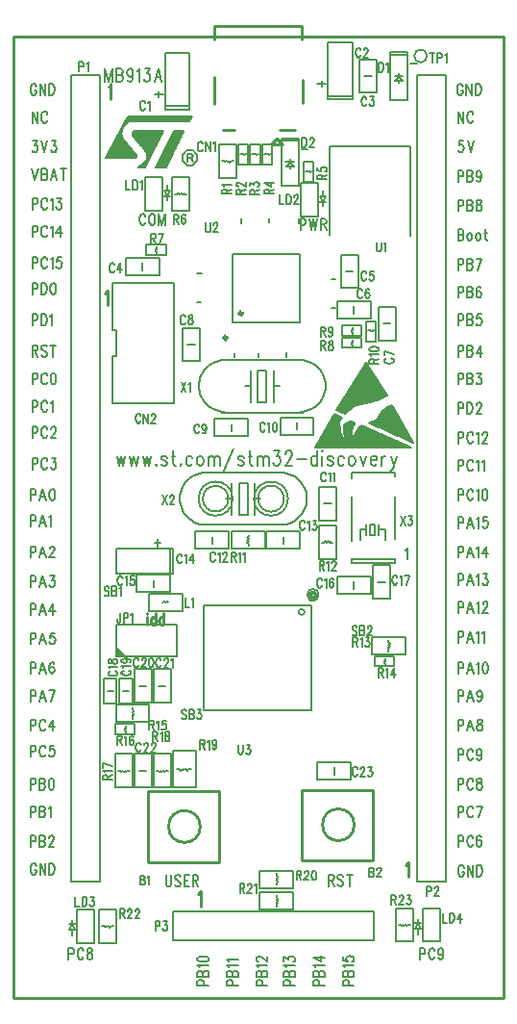
<source format=gts>
*
*
G04 PADS Layout (Build Number 2007.42.1) generated Gerber (RS-274-X) file*
G04 PC Version=2.1*
*
%IN "MB913-0127-e.pcb"*%
*
%MOIN*%
*
%FSLAX35Y35*%
*
*
*
*
G04 PC Standard Apertures*
*
*
G04 Thermal Relief Aperture macro.*
%AMTER*
1,1,$1,0,0*
1,0,$1-$2,0,0*
21,0,$3,$4,0,0,45*
21,0,$3,$4,0,0,135*
%
*
*
G04 Annular Aperture macro.*
%AMANN*
1,1,$1,0,0*
1,0,$2,0,0*
%
*
*
G04 Odd Aperture macro.*
%AMODD*
1,1,$1,0,0*
1,0,$1-0.005,0,0*
%
*
*
G04 PC Custom Aperture Macros*
*
*
*
*
*
*
G04 PC Aperture Table*
*
%ADD011C,0.01*%
%ADD012C,0.008*%
%ADD015C,0.012*%
%ADD017C,0.006*%
%ADD038C,0.005*%
%ADD043C,0.00984*%
%ADD057C,0.00787*%
%ADD059C,0.00591*%
%ADD060C,0.00799*%
%ADD063C,0.00551*%
%ADD064C,0.00512*%
*
*
*
*
G04 PC Copper Outlines (0)*
G04 Layer Name MB913-0127-e.pcb - dark (0)*
%LPD*%
*
*
G04 PC Area=Custom_Thermal*
*
G04 PC Custom Flashes*
G04 Layer Name MB913-0127-e.pcb - flashes*
%LPD*%
*
*
G04 PC Circuitry*
G04 Layer Name MB913-0127-e.pcb - circuitry*
%LPD*%
*
G54D11*
G01X2053778Y1977874D02*
Y1982550D01*
X2023203*
Y1977835*
X2023378Y1964646D02*
Y1955512D01*
X2053803Y1963740D02*
Y1955630D01*
X2026260Y1946300D02*
X2030403D01*
X2046128Y1946325D02*
X2051378D01*
X2044803Y1943425D02*
X2042803Y1941425D01*
X2046803*
X2044803Y1943425*
X2053740Y1693409D02*
Y1717909D01*
X2078240*
Y1693409*
X2053740*
X2071839Y1705767D02*
G75*
G03X2071839I-5512J0D01*
G01X2000340Y1692809D02*
Y1717309D01*
X2024840*
Y1692809*
X2000340*
X2018439Y1705167D02*
G03X2018439I-5512J0D01*
G01X1953740Y1645709D02*
X2123740D01*
Y1978780*
X1953740*
Y1645709*
G54D12*
X1983740Y1965472D02*
Y1685945D01*
X1973740*
Y1965472*
X1983740*
X2093740Y1685945D02*
Y1965472D01*
X2103740*
Y1685945*
X2093740*
X2008898Y1675709D02*
X2078583D01*
Y1665709*
X2008898*
Y1675709*
X2056929Y1781693D02*
Y1745394D01*
X2019606*
Y1781693*
X2056929*
X2054543Y1779449D02*
G03X2054543I-1000J0D01*
G01X2059513Y1785440D02*
G03X2059513I-1993J0D01*
G01X2058669Y1785243D02*
G03X2058669I-913J0D01*
G01X2058701Y1785440D02*
G03X2058701I-1063J0D01*
G01X2058392Y1785322D02*
G03X2058392I-1187J0D01*
G01X2058425Y1785007D02*
G03X2058425I-1023J0D01*
G01X2058188Y1785243D02*
G03X2058188I-668J0D01*
G01X2058701Y1784653D02*
G03X2058701I-1378J0D01*
G01X2059052Y1785125D02*
G03X2059052I-1060J0D01*
G54D15*
G01X2027740Y1874409D02*
G03X2027740I-600J0D01*
G01X2033140Y1882909D02*
G03X2033140I-600J0D01*
G54D17*
G01X2080080Y1789909D02*
X2082561D01*
X2063882Y1817012D02*
X2061402D01*
X2047140Y1805569D02*
Y1803088D01*
X2022540Y1803049D02*
Y1805529D01*
X2002140Y1790569D02*
Y1788088D01*
X2077800Y1965109D02*
X2075320D01*
X2081880Y1879309D02*
X2084361D01*
X2071740Y1787449D02*
Y1789929D01*
X1998331Y1900287D02*
Y1897807D01*
X2016600Y1872109D02*
X2014120D01*
X2051940Y1845169D02*
Y1842688D01*
X2029140Y1842049D02*
Y1844529D01*
X2068925Y1897425D02*
X2071406D01*
X1994940Y1746356D02*
Y1745608D01*
X1995413Y1745135*
X1994920Y1744643*
X1995354Y1744210*
X1994901Y1743757*
X1995314Y1743344*
X1994901Y1742931*
Y1742458*
X1988236Y1670693D02*
X1987488D01*
X1987016Y1670220*
X1986524Y1670713*
X1986091Y1670280*
X1985638Y1670732*
X1985224Y1670319*
X1984811Y1670732*
X1984339*
X2091248Y1671067D02*
X2090500D01*
X2090028Y1670594*
X2089535Y1671087*
X2089102Y1670654*
X2088650Y1671106*
X2088236Y1670693*
X2087823Y1671106*
X2087350*
X2083740Y1769756D02*
Y1769008D01*
X2084213Y1768535*
X2083720Y1768043*
X2084154Y1767610*
X2083701Y1767157*
X2084114Y1766744*
X2083701Y1766331*
Y1765858*
X2007187Y1724509D02*
X2006439D01*
X2005967Y1724036*
X2005475Y1724528*
X2005042Y1724095*
X2004589Y1724548*
X2004176Y1724135*
X2003762Y1724548*
X2003290*
X2044846Y1681476D02*
Y1680728D01*
X2045319Y1680256*
X2044827Y1679764*
X2045260Y1679331*
X2044807Y1678878*
X2045220Y1678465*
X2044807Y1678051*
Y1677579*
X2009669Y1924146D02*
X2010417D01*
X2010890Y1924618*
X2011382Y1924126*
X2011815Y1924559*
X2012268Y1924106*
X2012681Y1924520*
X2013094Y1924106*
X2013567*
X2029483Y1879905D02*
Y1903405D01*
X2052983*
Y1879905*
X2029483*
X2065428Y1884909D02*
X2063853D01*
X2065428Y1894709D02*
X2063853D01*
X2052540Y1915796D02*
Y1914221D01*
X2042340Y1915896D02*
Y1914321D01*
X2032640Y1915796D02*
Y1914221D01*
X2017253Y1896609D02*
X2018828D01*
X2017153Y1886809D02*
X2018728D01*
X2030140Y1867621D02*
Y1869196D01*
X2038540Y1867621D02*
Y1869196D01*
X2048240Y1867721D02*
Y1869296D01*
X2009429Y1893492D02*
Y1851917D01*
X1987854*
Y1868098*
X1989311*
Y1876957*
X1987933*
Y1893492*
X2009429*
X2005340Y1782709D02*
X2005840Y1783209D01*
X2006340Y1782709*
X2006840Y1783209*
X2007340Y1782709*
X2044846Y1688965D02*
Y1688217D01*
X2045319Y1687744*
X2044827Y1687252*
X2045260Y1686819*
X2044807Y1686366*
X2045220Y1685953*
X2044807Y1685539*
Y1685067*
X2060555Y1803563D02*
X2061303D01*
X2061776Y1804035*
X2062268Y1803543*
X2062701Y1803976*
X2063154Y1803524*
X2063567Y1803937*
X2063980Y1803524*
X2064453*
X2071740Y1885369D02*
Y1882888D01*
X2010240Y1764009D02*
Y1775009D01*
X1989240*
Y1764009*
X2010240*
X1992240D02*
X1989240Y1767009D01*
X1991240Y1764009D02*
X1989240Y1766009D01*
X1989740Y1765009D02*
X1990740Y1764009D01*
X1990240D02*
X1989740Y1764509D01*
X2003880Y1753909D02*
X2006361D01*
X1997280D02*
X1999761D01*
X1993987Y1724509D02*
X1993239D01*
X1992767Y1724036*
X1992275Y1724528*
X1991842Y1724095*
X1991389Y1724548*
X1990976Y1724135*
X1990562Y1724548*
X1990090*
X2097103Y1972047D02*
G03X2097103I-2221J0D01*
G01X2064815Y1725618D02*
Y1723138D01*
X2035140Y1802261D02*
Y1803009D01*
X2034668Y1803482*
X2035160Y1803974*
X2034727Y1804407*
X2035180Y1804860*
X2034766Y1805273*
X2035180Y1805687*
Y1806159*
X2046340Y1809709D02*
X2047340D01*
X2048340Y1809909*
X2049340Y1810209*
X2050240Y1810509*
X2051140Y1811009*
X2051940Y1811609*
X2052740Y1812309*
X2053340Y1813009*
X2053940Y1813909*
X2054440Y1814709*
X2054840Y1815709*
X2055140Y1816609*
X2055340Y1817609*
Y1818709*
Y1819709*
X2055140Y1820709*
X2054840Y1821609*
X2054440Y1822609*
X2053940Y1823409*
X2053340Y1824309*
X2052740Y1825009*
X2051940Y1825709*
X2051140Y1826309*
X2050240Y1826809*
X2049340Y1827109*
X2048340Y1827409*
X2047340Y1827609*
X2046340Y1827709*
X2020340D02*
X2019340Y1827609D01*
X2018340Y1827409*
X2017340Y1827109*
X2016440Y1826809*
X2015540Y1826309*
X2014740Y1825709*
X2013940Y1825009*
X2013340Y1824309*
X2012740Y1823409*
X2012240Y1822609*
X2011840Y1821609*
X2011540Y1820709*
X2011440Y1819709*
X2011340Y1818709*
X2011440Y1817609*
X2011540Y1816609*
X2011840Y1815709*
X2012240Y1814709*
X2012740Y1813909*
X2013340Y1813009*
X2013940Y1812309*
X2014740Y1811609*
X2015540Y1811009*
X2016440Y1810509*
X2017340Y1810209*
X2018340Y1809909*
X2019340Y1809709*
X2020340*
Y1809693D02*
X2047340D01*
X2019340Y1827646D02*
X2047340D01*
X2037340Y1818709D02*
X2039340D01*
X2037340Y1813209D02*
Y1824209D01*
X2031840D02*
X2034840D01*
X2031840Y1813209D02*
Y1824209D01*
Y1813209D02*
X2034840D01*
Y1824209*
X2029340Y1813209D02*
Y1824209D01*
X2027340Y1818709D02*
X2029340D01*
X2028158D02*
G03X2028158I-4424J0D01*
G01X2029639D02*
G03X2029639I-5905J0D01*
G01X2048852D02*
G03X2048852I-5906J0D01*
G01X2047429D02*
G03X2047429I-4483J0D01*
G01X2006340Y1953409D02*
X2014740D01*
Y1973209*
X2006340*
Y1953409*
Y1954609D02*
X2014740D01*
X2062740Y1957009D02*
X2071140D01*
Y1976809*
X2062740*
Y1957009*
Y1958209D02*
X2071140D01*
X2009040Y1792909D02*
Y1801309D01*
X1989240*
Y1792909*
X2009040*
X2007840D02*
Y1801309D01*
X2026940Y1866709D02*
X2025940D01*
X2024940Y1866509*
X2023940Y1866209*
X2023040Y1865909*
X2022140Y1865409*
X2021340Y1864809*
X2020540Y1864109*
X2019940Y1863409*
X2019340Y1862509*
X2018840Y1861709*
X2018440Y1860709*
X2018140Y1859809*
X2017940Y1858809*
Y1857709*
Y1856709*
X2018140Y1855709*
X2018440Y1854809*
X2018840Y1853809*
X2019340Y1853009*
X2019940Y1852109*
X2020540Y1851409*
X2021340Y1850709*
X2022140Y1850109*
X2023040Y1849609*
X2023940Y1849309*
X2024940Y1849009*
X2025940Y1848809*
X2026940Y1848709*
X2052940D02*
X2053940Y1848809D01*
X2054940Y1849009*
X2055940Y1849309*
X2056840Y1849609*
X2057740Y1850109*
X2058540Y1850709*
X2059340Y1851409*
X2059940Y1852109*
X2060540Y1853009*
X2061040Y1853809*
X2061440Y1854809*
X2061740Y1855709*
X2061840Y1856709*
X2061940Y1857709*
X2061840Y1858809*
X2061740Y1859809*
X2061440Y1860709*
X2061040Y1861709*
X2060540Y1862509*
X2059940Y1863409*
X2059340Y1864109*
X2058540Y1864809*
X2057740Y1865409*
X2056840Y1865909*
X2055940Y1866209*
X2054940Y1866509*
X2053940Y1866709*
X2052940*
Y1866862D02*
X2025940D01*
X2053940Y1848555D02*
X2025940D01*
X2035940Y1857709D02*
X2033940D01*
X2035940Y1863209D02*
Y1852209D01*
X2041440D02*
X2038440D01*
X2041440Y1863209D02*
Y1852209D01*
Y1863209D02*
X2038440D01*
Y1852209*
X2043940Y1863209D02*
Y1852209D01*
X2045940Y1857709D02*
X2043940D01*
X1997280Y1724509D02*
X1999761D01*
X2070860Y1797935D02*
Y1796361D01*
X2085820*
Y1797935*
Y1804628D02*
Y1819589D01*
X2070860Y1804235D02*
Y1819589D01*
Y1825888D02*
Y1827857D01*
X2085820*
Y1826282*
X2077159Y1806203D02*
Y1809746D01*
X2079128*
Y1806203*
X2077159*
X2075978D02*
Y1809746D01*
X2080309Y1806203D02*
Y1809746D01*
X2075978Y1807975D02*
X2074009D01*
X2080309D02*
X2082474D01*
X2074009D02*
Y1804431D01*
X2082474Y1807975D02*
Y1804431D01*
X2084340Y1972370D02*
Y1956909D01*
X2090340*
Y1972370*
X2084340*
Y1973309D02*
Y1956909D01*
X2090340*
Y1973309*
X2084340*
X2088600Y1965244D02*
X2085805D01*
X2088403Y1963787D02*
X2087340Y1964850D01*
X2085982Y1963492*
X2088600*
X2088275Y1963817*
X2087301Y1966189D02*
Y1965756D01*
X2087261Y1963157D02*
Y1962685D01*
X2046606Y1942638D02*
Y1927176D01*
X2052606*
Y1942638*
X2046606*
Y1943576D02*
Y1927176D01*
X2052606*
Y1943576*
X2046606*
X2050866Y1935512D02*
X2048071D01*
X2050669Y1934055D02*
X2049606Y1935118D01*
X2048248Y1933760*
X2050866*
X2050541Y1934085*
X2049567Y1936457D02*
Y1936024D01*
X2049528Y1933425D02*
Y1932953D01*
X2009020Y1731419D02*
Y1718619D01*
X2017020*
Y1731419*
X2009020*
X2010145Y1725091D02*
X2011090D01*
X2011621Y1724560*
X2012192Y1725131*
X2012704Y1724619*
X2013275Y1725190*
X2013885Y1724580*
X2014259Y1724954*
X2015263*
X1994840Y1750309D02*
Y1756409D01*
X1990240*
Y1753359*
X1994840Y1750859D02*
Y1747809D01*
X1990240*
Y1754509*
X1993540Y1752109D02*
X1991540D01*
X1989440Y1750309D02*
Y1756409D01*
X1984840*
Y1753359*
X1989440Y1750859D02*
Y1747809D01*
X1984840*
Y1754509*
X1988140Y1752109D02*
X1986140D01*
X2029987Y1935709D02*
X2029239D01*
X2028767Y1935236*
X2028275Y1935728*
X2027842Y1935295*
X2027389Y1935748*
X2026976Y1935335*
X2026562Y1935748*
X2026090*
X2086795Y1791321D02*
X2086681Y1791634D01*
X2086454Y1791946*
X2086227Y1792102*
X2085772*
X2085545Y1791946*
X2085317Y1791634*
X2085204Y1791321*
X2085090Y1790852*
Y1790071*
X2085204Y1789602*
X2085317Y1789290*
X2085545Y1788977*
X2085772Y1788821*
X2086227*
X2086454Y1788977*
X2086681Y1789290*
X2086795Y1789602*
X2087817Y1791477D02*
X2088045Y1791634D01*
X2088386Y1792102*
Y1788821*
X2090999Y1792102D02*
X2089863Y1788821D01*
X2089408Y1792102D02*
X2090999D01*
X2061940Y1827106D02*
X2061827Y1827418D01*
X2061599Y1827731*
X2061372Y1827887*
X2060918*
X2060918D02*
X2060690Y1827731D01*
X2060463Y1827418*
X2060349Y1827106*
X2060236Y1826637*
Y1825856*
X2060349Y1825387*
X2060463Y1825074*
X2060690Y1824762*
X2060918Y1824606*
X2060918D02*
X2061372D01*
X2061599Y1824762*
X2061827Y1825074*
X2061940Y1825387*
X2062963Y1827262D02*
X2063190Y1827418D01*
X2063531Y1827887*
Y1824606*
X2064554Y1827262D02*
X2064781Y1827418D01*
X2065122Y1827887*
Y1824606*
X2054649Y1810394D02*
X2054536Y1810706D01*
X2054309Y1811019*
X2054081Y1811175*
X2053627*
X2053399Y1811019*
X2053172Y1810706*
X2053059Y1810394*
X2052945Y1809925*
Y1809144*
X2053059Y1808675*
X2053172Y1808362*
X2053399Y1808050*
X2053627Y1807894*
X2054081*
X2054309Y1808050*
X2054536Y1808362*
X2054649Y1808675*
X2055672Y1810550D02*
X2055899Y1810706D01*
X2056240Y1811175*
Y1807894*
X2057490Y1811175D02*
X2058740D01*
X2058059Y1809925*
X2058399*
X2058627Y1809769*
X2058740Y1809612*
X2058854Y1809144*
Y1808831*
X2058740Y1808362*
X2058513Y1808050*
X2058172Y1807894*
X2057831*
X2057490Y1808050*
X2057377Y1808206*
X2057263Y1808519*
X2023602Y1799402D02*
X2023488Y1799715D01*
X2023261Y1800027*
X2023033Y1800184*
X2022579*
X2022352Y1800027*
X2022124Y1799715*
X2022011Y1799402*
X2021897Y1798934*
Y1798152*
X2022011Y1797684*
X2022124Y1797371*
X2022352Y1797059*
X2022579Y1796902*
X2023033*
X2023261Y1797059*
X2023488Y1797371*
X2023602Y1797684*
X2024624Y1799559D02*
X2024852Y1799715D01*
X2025192Y1800184*
Y1796902*
X2026329Y1799402D02*
Y1799559D01*
X2026442Y1799871*
X2026556Y1800027*
X2026783Y1800184*
X2027238*
X2027465Y1800027*
X2027579Y1799871*
X2027692Y1799559*
Y1799246*
X2027579Y1798934*
X2027352Y1798465*
X2026215Y1796902*
X2027806*
X1991468Y1791185D02*
X1991355Y1791498D01*
X1991127Y1791810*
X1990900Y1791966*
X1990446*
X1990218Y1791810*
X1989991Y1791498*
X1989877Y1791185*
X1989764Y1790716*
Y1789935*
X1989877Y1789466*
X1989991Y1789154*
X1990218Y1788841*
X1990446Y1788685*
X1990900*
X1991127Y1788841*
X1991355Y1789154*
X1991468Y1789466*
X1992491Y1791341D02*
X1992718Y1791498D01*
X1993059Y1791966*
Y1788685*
X1995559Y1791966D02*
X1994423D01*
X1994309Y1790560*
X1994423Y1790716*
X1994764Y1790873*
X1995105*
X1995446Y1790716*
X1995673Y1790404*
X1995787Y1789935*
X1995673Y1789623*
X1995559Y1789154*
X1995332Y1788841*
X1994991Y1788685*
X1994650*
X1994309Y1788841*
X1994196Y1788998*
X1994082Y1789310*
X2076106Y1957193D02*
X2075992Y1957505D01*
X2075765Y1957818*
X2075538Y1957974*
X2075083*
X2074856Y1957818*
X2074629Y1957505*
X2074515Y1957193*
X2074402Y1956724*
Y1955943*
X2074515Y1955474*
X2074629Y1955162*
X2074856Y1954849*
X2075083Y1954693*
X2075538*
X2075765Y1954849*
X2075992Y1955162*
X2076106Y1955474*
X2077356Y1957974D02*
X2078606D01*
X2077924Y1956724*
X2078265*
X2078492Y1956568*
X2078606Y1956412*
X2078720Y1955943*
Y1955630*
X2078606Y1955162*
X2078379Y1954849*
X2078038Y1954693*
X2077697*
X2077356Y1954849*
X2077242Y1955005*
X2077129Y1955318*
X2083071Y1867268D02*
X2082758Y1867154D01*
X2082446Y1866927*
X2082290Y1866699*
Y1866245*
X2082446Y1866018*
X2082758Y1865790*
X2083071Y1865677*
X2083540Y1865563*
X2084321*
X2084790Y1865677*
X2085102Y1865790*
X2085415Y1866018*
X2085571Y1866245*
Y1866699*
X2085415Y1866927*
X2085102Y1867154*
X2084790Y1867268*
X2082290Y1869881D02*
X2085571Y1868745D01*
X2082290Y1868290D02*
Y1869881D01*
X2060663Y1790402D02*
X2060549Y1790715D01*
X2060322Y1791027*
X2060095Y1791184*
X2059640*
X2059413Y1791027*
X2059186Y1790715*
X2059072Y1790402*
X2058958Y1789934*
Y1789152*
X2059072Y1788684*
X2059186Y1788371*
X2059413Y1788059*
X2059640Y1787902*
X2060095*
X2060322Y1788059*
X2060549Y1788371*
X2060663Y1788684*
X2061686Y1790559D02*
X2061913Y1790715D01*
X2062254Y1791184*
Y1787902*
X2064640Y1790715D02*
X2064527Y1791027D01*
X2064186Y1791184*
X2063958*
X2063617Y1791027*
X2063390Y1790559*
X2063277Y1789777*
Y1788996*
X2063390Y1788371*
X2063617Y1788059*
X2063958Y1787902*
X2064072*
X2064413Y1788059*
X2064640Y1788371*
X2064754Y1788840*
Y1788996*
X2064640Y1789465*
X2064413Y1789777*
X2064072Y1789934*
X2063958*
X2063617Y1789777*
X2063390Y1789465*
X2063277Y1788996*
X1988626Y1899602D02*
X1988512Y1899915D01*
X1988285Y1900227*
X1988058Y1900384*
X1987603*
X1987376Y1900227*
X1987149Y1899915*
X1987035Y1899602*
X1986921Y1899134*
Y1898352*
X1987035Y1897884*
X1987149Y1897571*
X1987376Y1897259*
X1987603Y1897102*
X1988058*
X1988285Y1897259*
X1988512Y1897571*
X1988626Y1897884*
X1990785Y1900384D02*
X1989649Y1898196D01*
X1991353*
X1990785Y1900384D02*
Y1897102D01*
X2013263Y1881602D02*
X2013149Y1881915D01*
X2012922Y1882227*
X2012695Y1882384*
X2012240*
X2012013Y1882227*
X2011786Y1881915*
X2011672Y1881602*
X2011558Y1881134*
Y1880352*
X2011672Y1879884*
X2011786Y1879571*
X2012013Y1879259*
X2012240Y1879102*
X2012695*
X2012922Y1879259*
X2013149Y1879571*
X2013263Y1879884*
X2014854Y1882384D02*
X2014513Y1882227D01*
X2014399Y1881915*
Y1881602*
X2014513Y1881290*
X2014740Y1881134*
X2015195Y1880977*
X2015536Y1880821*
X2015763Y1880509*
X2015877Y1880196*
Y1879727*
X2015763Y1879415*
X2015649Y1879259*
X2015308Y1879102*
X2014854*
X2014513Y1879259*
X2014399Y1879415*
X2014286Y1879727*
Y1880196*
X2014399Y1880509*
X2014627Y1880821*
X2014967Y1880977*
X2015422Y1881134*
X2015649Y1881290*
X2015763Y1881602*
Y1881915*
X2015649Y1882227*
X2015308Y1882384*
X2014854*
X2040863Y1844402D02*
X2040749Y1844715D01*
X2040522Y1845027*
X2040295Y1845184*
X2039840*
X2039613Y1845027*
X2039386Y1844715*
X2039272Y1844402*
X2039158Y1843934*
Y1843152*
X2039272Y1842684*
X2039386Y1842371*
X2039613Y1842059*
X2039840Y1841902*
X2040295*
X2040522Y1842059*
X2040749Y1842371*
X2040863Y1842684*
X2041886Y1844559D02*
X2042113Y1844715D01*
X2042454Y1845184*
Y1841902*
X2044158Y1845184D02*
X2043817Y1845027D01*
X2043590Y1844559*
X2043477Y1843777*
Y1843309*
X2043590Y1842527*
X2043817Y1842059*
X2044158Y1841902*
X2044386*
X2044727Y1842059*
X2044954Y1842527*
X2045067Y1843309*
Y1843777*
X2044954Y1844559*
X2044727Y1845027*
X2044386Y1845184*
X2044158*
X2018063Y1843802D02*
X2017949Y1844115D01*
X2017722Y1844427*
X2017495Y1844584*
X2017040*
X2016813Y1844427*
X2016586Y1844115*
X2016472Y1843802*
X2016358Y1843334*
Y1842552*
X2016472Y1842084*
X2016586Y1841771*
X2016813Y1841459*
X2017040Y1841302*
X2017495*
X2017722Y1841459*
X2017949Y1841771*
X2018063Y1842084*
X2020563Y1843490D02*
X2020449Y1843021D01*
X2020222Y1842709*
X2019881Y1842552*
X2019767*
X2019427Y1842709*
X2019199Y1843021*
X2019086Y1843490*
Y1843646*
X2019199Y1844115*
X2019427Y1844427*
X2019767Y1844584*
X2019881*
X2020222Y1844427*
X2020449Y1844115*
X2020563Y1843490*
Y1842709*
X2020449Y1841927*
X2020222Y1841459*
X2019881Y1841302*
X2019654*
X2019313Y1841459*
X2019199Y1841771*
X2075996Y1896719D02*
X2075883Y1897031D01*
X2075655Y1897344*
X2075428Y1897500*
X2074974*
X2074746Y1897344*
X2074519Y1897031*
X2074405Y1896719*
X2074292Y1896250*
Y1895469*
X2074405Y1895000*
X2074519Y1894688*
X2074746Y1894375*
X2074974Y1894219*
X2075428*
X2075655Y1894375*
X2075883Y1894688*
X2075996Y1895000*
X2078496Y1897500D02*
X2077360D01*
X2077246Y1896094*
X2077360Y1896250*
X2077701Y1896406*
X2078042*
X2078383Y1896250*
X2078610Y1895938*
X2078724Y1895469*
X2078610Y1895156*
X2078496Y1894688*
X2078269Y1894375*
X2077928Y1894219*
X2077587*
X2077246Y1894375*
X2077133Y1894531*
X2077019Y1894844*
X2000795Y1741884D02*
Y1738602D01*
Y1741884D02*
X2001818D01*
X2002159Y1741727*
X2002273Y1741571*
X2002386Y1741259*
Y1740946*
X2002273Y1740634*
X2002159Y1740477*
X2001818Y1740321*
X2000795*
X2001591D02*
X2002386Y1738602D01*
X2003409Y1741259D02*
X2003636Y1741415D01*
X2003977Y1741884*
Y1738602*
X2006477Y1741884D02*
X2005341D01*
X2005227Y1740477*
X2005341Y1740634*
X2005682Y1740790*
X2006023*
X2006363Y1740634*
X2006591Y1740321*
X2006704Y1739852*
X2006591Y1739540*
X2006477Y1739071*
X2006250Y1738759*
X2005909Y1738602*
X2005568*
X2005227Y1738759*
X2005113Y1738915*
X2005000Y1739227*
X1990583Y1676647D02*
Y1673366D01*
Y1676647D02*
X1991605D01*
X1991946Y1676491*
X1992060Y1676335*
X1992174Y1676022*
Y1675710*
X1992060Y1675397*
X1991946Y1675241*
X1991605Y1675085*
X1990583*
X1991378D02*
X1992174Y1673366D01*
X1993310Y1675866D02*
Y1676022D01*
X1993424Y1676335*
X1993537Y1676491*
X1993764Y1676647*
X1994219*
X1994446Y1676491*
X1994560Y1676335*
X1994674Y1676022*
Y1675710*
X1994560Y1675397*
X1994333Y1674929*
X1993196Y1673366*
X1994787*
X1995924Y1675866D02*
Y1676022D01*
X1996037Y1676335*
X1996151Y1676491*
X1996378Y1676647*
X1996833*
X1997060Y1676491*
X1997174Y1676335*
X1997287Y1676022*
Y1675710*
X1997174Y1675397*
X1996946Y1674929*
X1995810Y1673366*
X1997401*
X2084752Y1681391D02*
Y1678110D01*
Y1681391D02*
X2085775D01*
X2086116Y1681235*
X2086229Y1681079*
X2086343Y1680766*
Y1680454*
X2086229Y1680141*
X2086116Y1679985*
X2085775Y1679829*
X2084752*
X2085547D02*
X2086343Y1678110D01*
X2087479Y1680610D02*
Y1680766D01*
X2087593Y1681079*
X2087707Y1681235*
X2087934Y1681391*
X2088388*
X2088616Y1681235*
X2088729Y1681079*
X2088843Y1680766*
Y1680454*
X2088729Y1680141*
X2088502Y1679673*
X2087366Y1678110*
X2088957*
X2090207Y1681391D02*
X2091457D01*
X2090775Y1680141*
X2091116*
X2091343Y1679985*
X2091457Y1679829*
X2091570Y1679360*
Y1679048*
X2091457Y1678579*
X2091229Y1678266*
X2090888Y1678110*
X2090547*
X2090207Y1678266*
X2090093Y1678423*
X2089979Y1678735*
X2071398Y1770608D02*
Y1767327D01*
Y1770608D02*
X2072420D01*
X2072761Y1770452*
X2072875Y1770296*
X2072989Y1769983*
Y1769671*
X2072875Y1769358*
X2072761Y1769202*
X2072420Y1769046*
X2071398*
X2072193D02*
X2072989Y1767327D01*
X2074011Y1769983D02*
X2074239Y1770139D01*
X2074579Y1770608*
Y1767327*
X2075829Y1770608D02*
X2077079D01*
X2076398Y1769358*
X2076739*
X2076966Y1769202*
X2077079Y1769046*
X2077193Y1768577*
Y1768264*
X2077079Y1767796*
X2076852Y1767483*
X2076511Y1767327*
X2076170*
X2075829Y1767483*
X2075716Y1767639*
X2075602Y1767952*
X2001965Y1737974D02*
Y1734693D01*
Y1737974D02*
X2002987D01*
X2003328Y1737818*
X2003442Y1737662*
X2003555Y1737349*
Y1737037*
X2003442Y1736724*
X2003328Y1736568*
X2002987Y1736412*
X2001965*
X2002760D02*
X2003555Y1734693D01*
X2004578Y1737349D02*
X2004805Y1737505D01*
X2005146Y1737974*
Y1734693*
X2006737Y1737974D02*
X2006396Y1737818D01*
X2006283Y1737505*
Y1737193*
X2006396Y1736880*
X2006624Y1736724*
X2007078Y1736568*
X2007419Y1736412*
X2007646Y1736099*
X2007760Y1735787*
Y1735318*
X2007646Y1735005*
X2007533Y1734849*
X2007192Y1734693*
X2006737*
X2006396Y1734849*
X2006283Y1735005*
X2006169Y1735318*
Y1735787*
X2006283Y1736099*
X2006510Y1736412*
X2006851Y1736568*
X2007305Y1736724*
X2007533Y1736880*
X2007646Y1737193*
Y1737505*
X2007533Y1737818*
X2007192Y1737974*
X2006737*
X2032161Y1685399D02*
Y1682118D01*
Y1685399D02*
X2033184D01*
X2033525Y1685243*
X2033639Y1685087*
X2033752Y1684774*
Y1684462*
X2033639Y1684149*
X2033525Y1683993*
X2033184Y1683837*
X2032161*
X2032957D02*
X2033752Y1682118D01*
X2034889Y1684618D02*
Y1684774D01*
X2035002Y1685087*
X2035116Y1685243*
X2035343Y1685399*
X2035798*
X2036025Y1685243*
X2036139Y1685087*
X2036252Y1684774*
Y1684462*
X2036139Y1684149*
X2035911Y1683681*
X2034775Y1682118*
X2036366*
X2037389Y1684774D02*
X2037616Y1684931D01*
X2037957Y1685399*
Y1682118*
X2009280Y1917151D02*
Y1913870D01*
Y1917151D02*
X2010302D01*
X2010643Y1916995*
X2010757Y1916839*
X2010870Y1916526*
Y1916214*
X2010757Y1915901*
X2010643Y1915745*
X2010302Y1915589*
X2009280*
X2010075D02*
X2010870Y1913870D01*
X2013257Y1916683D02*
X2013143Y1916995D01*
X2012802Y1917151*
X2012575*
X2012234Y1916995*
X2012007Y1916526*
X2011893Y1915745*
Y1914964*
X2012007Y1914339*
X2012234Y1914026*
X2012575Y1913870*
X2012689*
X2013030Y1914026*
X2013257Y1914339*
X2013370Y1914808*
Y1914964*
X2013257Y1915433*
X2013030Y1915745*
X2012689Y1915901*
X2012575*
X2012234Y1915745*
X2012007Y1915433*
X2011893Y1914964*
X2020339Y1914293D02*
Y1911949D01*
X2020452Y1911481*
X2020679Y1911168*
X2021020Y1911012*
X2021248*
X2021589Y1911168*
X2021816Y1911481*
X2021929Y1911949*
Y1914293*
X2023066Y1913512D02*
Y1913668D01*
X2023179Y1913981*
X2023293Y1914137*
X2023520Y1914293*
X2023975*
X2024202Y1914137*
X2024316Y1913981*
X2024429Y1913668*
Y1913356*
X2024316Y1913043*
X2024089Y1912574*
X2022952Y1911012*
X2024543*
X1997752Y1847402D02*
X1997638Y1847715D01*
X1997411Y1848027*
X1997183Y1848184*
X1996729*
X1996502Y1848027*
X1996274Y1847715*
X1996161Y1847402*
X1996047Y1846934*
Y1846152*
X1996161Y1845684*
X1996274Y1845371*
X1996502Y1845059*
X1996729Y1844902*
X1997183*
X1997411Y1845059*
X1997638Y1845371*
X1997752Y1845684*
X1998774Y1848184D02*
Y1844902D01*
Y1848184D02*
X2000365Y1844902D01*
Y1848184D02*
Y1844902D01*
X2001502Y1847402D02*
Y1847559D01*
X2001615Y1847871*
X2001729Y1848027*
X2001956Y1848184*
X2002411*
X2002638Y1848027*
X2002752Y1847871*
X2002865Y1847559*
Y1847246*
X2002752Y1846934*
X2002524Y1846465*
X2001388Y1844902*
X2002979*
X2013146Y1784285D02*
Y1781004D01*
X2014510*
X2015533Y1783660D02*
X2015760Y1783817D01*
X2016101Y1784285*
Y1781004*
X2051843Y1689876D02*
Y1686594D01*
Y1689876D02*
X2052865D01*
X2053206Y1689719*
X2053320Y1689563*
X2053433Y1689251*
Y1688938*
X2053320Y1688626*
X2053206Y1688469*
X2052865Y1688313*
X2051843*
X2052638D02*
X2053433Y1686594D01*
X2054570Y1689094D02*
Y1689251D01*
X2054683Y1689563*
X2054797Y1689719*
X2055024Y1689876*
X2055479*
X2055706Y1689719*
X2055820Y1689563*
X2055933Y1689251*
Y1688938*
X2055820Y1688626*
X2055593Y1688157*
X2054456Y1686594*
X2056047*
X2057752Y1689876D02*
X2057411Y1689719D01*
X2057183Y1689251*
X2057070Y1688469*
Y1688001*
X2057183Y1687219*
X2057411Y1686751*
X2057752Y1686594*
X2057979*
X2058320Y1686751*
X2058547Y1687219*
X2058661Y1688001*
Y1688469*
X2058547Y1689251*
X2058320Y1689719*
X2057979Y1689876*
X2057752*
X1975129Y1680784D02*
Y1677502D01*
X1976492*
X1977515Y1680784D02*
Y1677502D01*
Y1680784D02*
X1978311D01*
X1978652Y1680627*
X1978879Y1680315*
X1978992Y1680002*
X1979106Y1679534*
Y1678752*
X1978992Y1678284*
X1978879Y1677971*
X1978652Y1677659*
X1978311Y1677502*
X1977515*
X1980356Y1680784D02*
X1981606D01*
X1980924Y1679534*
X1981265*
X1981492Y1679377*
X1981606Y1679221*
X1981720Y1678752*
Y1678440*
X1981606Y1677971*
X1981379Y1677659*
X1981038Y1677502*
X1980697*
X1980356Y1677659*
X1980242Y1677815*
X1980129Y1678127*
X1992713Y1929006D02*
Y1925724D01*
X1994076*
X1995099Y1929006D02*
Y1925724D01*
Y1929006D02*
X1995894D01*
X1996235Y1928849*
X1996463Y1928537*
X1996576Y1928224*
X1996690Y1927756*
Y1926974*
X1996576Y1926506*
X1996463Y1926193*
X1996235Y1925881*
X1995894Y1925724*
X1995099*
X1997713Y1928381D02*
X1997940Y1928537D01*
X1998281Y1929006*
Y1925724*
X2059811Y1797184D02*
Y1793902D01*
Y1797184D02*
X2060833D01*
X2061174Y1797027*
X2061288Y1796871*
X2061402Y1796559*
Y1796246*
X2061288Y1795934*
X2061174Y1795777*
X2060833Y1795621*
X2059811*
X2060606D02*
X2061402Y1793902D01*
X2062424Y1796559D02*
X2062652Y1796715D01*
X2062992Y1797184*
Y1793902*
X2064129Y1796402D02*
Y1796559D01*
X2064242Y1796871*
X2064356Y1797027*
X2064583Y1797184*
X2065038*
X2065265Y1797027*
X2065379Y1796871*
X2065492Y1796559*
Y1796246*
X2065379Y1795934*
X2065152Y1795465*
X2064015Y1793902*
X2065606*
X2074689Y1890622D02*
X2074575Y1890935D01*
X2074348Y1891247*
X2074121Y1891403*
X2073666*
X2073439Y1891247*
X2073212Y1890935*
X2073098Y1890622*
X2072984Y1890153*
Y1889372*
X2073098Y1888903*
X2073212Y1888591*
X2073439Y1888278*
X2073666Y1888122*
X2074121*
X2074348Y1888278*
X2074575Y1888591*
X2074689Y1888903*
X2077075Y1890935D02*
X2076962Y1891247D01*
X2076621Y1891403*
X2076393*
X2076052Y1891247*
X2075825Y1890778*
X2075712Y1889997*
Y1889216*
X2075825Y1888591*
X2076052Y1888278*
X2076393Y1888122*
X2076507*
X2076848Y1888278*
X2077075Y1888591*
X2077189Y1889060*
Y1889216*
X2077075Y1889685*
X2076848Y1889997*
X2076507Y1890153*
X2076393*
X2076052Y1889997*
X2075825Y1889685*
X2075712Y1889216*
X1976322Y1969984D02*
Y1966702D01*
Y1969984D02*
X1977345D01*
X1977686Y1969827*
X1977799Y1969671*
X1977913Y1969359*
Y1968890*
X1977799Y1968577*
X1977686Y1968421*
X1977345Y1968265*
X1976322*
X1978936Y1969359D02*
X1979163Y1969515D01*
X1979504Y1969984*
Y1966702*
X2097011Y1684384D02*
Y1681102D01*
Y1684384D02*
X2098033D01*
X2098374Y1684227*
X2098488Y1684071*
X2098602Y1683759*
Y1683290*
X2098488Y1682977*
X2098374Y1682821*
X2098033Y1682665*
X2097011*
X2099738Y1683602D02*
Y1683759D01*
X2099852Y1684071*
X2099965Y1684227*
X2100192Y1684384*
X2100647*
X2100874Y1684227*
X2100988Y1684071*
X2101102Y1683759*
Y1683446*
X2100988Y1683134*
X2100761Y1682665*
X2099624Y1681102*
X2101215*
X2002811Y1672384D02*
Y1669102D01*
Y1672384D02*
X2003833D01*
X2004174Y1672227*
X2004288Y1672071*
X2004402Y1671759*
Y1671290*
X2004288Y1670977*
X2004174Y1670821*
X2003833Y1670665*
X2002811*
X2005652Y1672384D02*
X2006902D01*
X2006220Y1671134*
X2006561*
X2006788Y1670977*
X2006902Y1670821*
X2007015Y1670352*
Y1670040*
X2006902Y1669571*
X2006674Y1669259*
X2006333Y1669102*
X2005992*
X2005652Y1669259*
X2005538Y1669415*
X2005424Y1669727*
X2031622Y1733474D02*
Y1731130D01*
X2031736Y1730662*
X2031963Y1730349*
X2032304Y1730193*
X2032531*
X2032872Y1730349*
X2033099Y1730662*
X2033213Y1731130*
Y1733474*
X2034463D02*
X2035713D01*
X2035031Y1732224*
X2035372*
X2035599Y1732068*
X2035713Y1731912*
X2035827Y1731443*
Y1731130*
X2035713Y1730662*
X2035486Y1730349*
X2035145Y1730193*
X2034804*
X2034463Y1730349*
X2034349Y1730505*
X2034236Y1730818*
X1986772Y1787856D02*
X1986545Y1788168D01*
X1986204Y1788325*
X1985749*
X1985408Y1788168*
X1985181Y1787856*
Y1787543*
X1985295Y1787231*
X1985408Y1787075*
X1985636Y1786918*
X1986317Y1786606*
X1986545Y1786450*
X1986658Y1786293*
X1986772Y1785981*
Y1785512*
X1986545Y1785200*
X1986204Y1785043*
X1985749*
X1985408Y1785200*
X1985181Y1785512*
X1987795Y1788325D02*
Y1785043D01*
Y1788325D02*
X1988817D01*
X1989158Y1788168*
X1989272Y1788012*
X1989386Y1787700*
Y1787387*
X1989272Y1787075*
X1989158Y1786918*
X1988817Y1786762*
X1987795D02*
X1988817D01*
X1989158Y1786606*
X1989272Y1786450*
X1989386Y1786137*
Y1785668*
X1989272Y1785356*
X1989158Y1785200*
X1988817Y1785043*
X1987795*
X1990408Y1787700D02*
X1990636Y1787856D01*
X1990977Y1788325*
Y1785043*
X2102571Y1675179D02*
Y1671898D01*
X2103935*
X2104957Y1675179D02*
Y1671898D01*
Y1675179D02*
X2105753D01*
X2106094Y1675023*
X2106321Y1674710*
X2106435Y1674398*
X2106435D02*
X2106548Y1673929D01*
Y1673148*
X2106435Y1672679*
X2106435D02*
X2106321Y1672366D01*
X2106094Y1672054*
X2105753Y1671898*
X2104957*
X2108707Y1675179D02*
X2107571Y1672991D01*
X2109275*
X2108707Y1675179D02*
Y1671898D01*
X2045940Y1923990D02*
Y1920709D01*
X2047304*
X2048327Y1923990D02*
Y1920709D01*
Y1923990D02*
X2049122D01*
X2049463Y1923834*
X2049690Y1923521*
X2049804Y1923209*
X2049917Y1922740*
Y1921959*
X2049804Y1921490*
X2049690Y1921177*
X2049463Y1920865*
X2049122Y1920709*
X2048327*
X2051054Y1923209D02*
Y1923365D01*
X2051167Y1923677*
X2051281Y1923834*
X2051508Y1923990*
X2051963*
X2052190Y1923834*
X2052304Y1923677*
X2052417Y1923365*
Y1923052*
X2052304Y1922740*
X2052077Y1922271*
X2050940Y1920709*
X2052531*
X1990779Y1779184D02*
Y1776684D01*
X1990665Y1776215*
X1990552Y1776059*
X1990324Y1775902*
X1990097*
X1989870Y1776059*
X1989756Y1776215*
X1989642Y1776684*
Y1776996*
X1991802Y1779184D02*
Y1775902D01*
Y1779184D02*
X1992824D01*
X1993165Y1779027*
X1993279Y1778871*
X1993392Y1778559*
Y1778090*
X1993279Y1777777*
X1993165Y1777621*
X1992824Y1777465*
X1991802*
X1994415Y1778559D02*
X1994642Y1778715D01*
X1994983Y1779184*
Y1775902*
X2004795Y1762654D02*
X2004681Y1762966D01*
X2004454Y1763279*
X2004227Y1763435*
X2003772*
X2003545Y1763279*
X2003318Y1762966*
X2003204Y1762654*
X2003091Y1762185*
Y1761404*
X2003204Y1760935*
X2003318Y1760622*
X2003545Y1760310*
X2003772Y1760154*
X2004227*
X2004454Y1760310*
X2004681Y1760622*
X2004795Y1760935*
X2005931Y1762654D02*
Y1762810D01*
X2006045Y1763122*
X2006159Y1763279*
X2006386Y1763435*
X2006841*
X2007068Y1763279*
X2007181Y1763122*
X2007295Y1762810*
Y1762497*
X2007181Y1762185*
X2006954Y1761716*
X2005818Y1760154*
X2007409*
X2008431Y1762810D02*
X2008659Y1762966D01*
X2009000Y1763435*
Y1760154*
X1997006Y1762802D02*
X1996892Y1763115D01*
X1996665Y1763427*
X1996438Y1763584*
X1995983*
X1995756Y1763427*
X1995529Y1763115*
X1995415Y1762802*
X1995302Y1762334*
Y1761552*
X1995415Y1761084*
X1995529Y1760771*
X1995756Y1760459*
X1995983Y1760302*
X1996438*
X1996665Y1760459*
X1996892Y1760771*
X1997006Y1761084*
X1998142Y1762802D02*
Y1762959D01*
X1998256Y1763271*
X1998370Y1763427*
X1998597Y1763584*
X1999052*
X1999279Y1763427*
X1999392Y1763271*
X1999506Y1762959*
Y1762646*
X1999392Y1762334*
X1999165Y1761865*
X1998029Y1760302*
X1999620*
X2001324Y1763584D02*
X2000983Y1763427D01*
X2000756Y1762959*
X2000642Y1762177*
Y1761709*
X2000756Y1760927*
X2000983Y1760459*
X2001324Y1760302*
X2001552*
X2001892Y1760459*
X2002120Y1760927*
X2002233Y1761709*
Y1762177*
X2002120Y1762959*
X2001892Y1763427*
X2001552Y1763584*
X2001324*
X1984665Y1721384D02*
X1987946D01*
X1984665D02*
Y1722406D01*
X1984821Y1722747*
X1984978Y1722861*
X1985290Y1722975*
X1985603*
X1985915Y1722861*
X1986071Y1722747*
X1986228Y1722406*
Y1721384*
Y1722179D02*
X1987946Y1722975D01*
X1985290Y1723997D02*
X1985134Y1724225D01*
X1984665Y1724565*
X1987946*
X1984665Y1727179D02*
X1987946Y1726043D01*
X1984665Y1725588D02*
Y1727179D01*
X2098811Y1972984D02*
Y1969702D01*
X2098015Y1972984D02*
X2099606D01*
X2100629D02*
Y1969702D01*
Y1972984D02*
X2101652D01*
X2101992Y1972827*
X2102106Y1972671*
X2102220Y1972359*
Y1971890*
X2102106Y1971577*
X2101992Y1971421*
X2101652Y1971265*
X2100629*
X2103242Y1972359D02*
X2103470Y1972515D01*
X2103811Y1972984*
Y1969702*
X2072915Y1725002D02*
X2072802Y1725315D01*
X2072574Y1725627*
X2072347Y1725784*
X2071892*
X2071665Y1725627*
X2071438Y1725315*
X2071324Y1725002*
X2071211Y1724534*
Y1723752*
X2071324Y1723284*
X2071438Y1722971*
X2071665Y1722659*
X2071892Y1722502*
X2072347*
X2072574Y1722659*
X2072802Y1722971*
X2072915Y1723284*
X2074052Y1725002D02*
Y1725159D01*
X2074165Y1725471*
X2074279Y1725627*
X2074506Y1725784*
X2074961*
X2075188Y1725627*
X2075302Y1725471*
X2075415Y1725159*
Y1724846*
X2075302Y1724534*
X2075074Y1724065*
X2073938Y1722502*
X2075529*
X2076779Y1725784D02*
X2078029D01*
X2077347Y1724534*
X2077688*
X2077915Y1724377*
X2078029Y1724221*
X2078142Y1723752*
Y1723440*
X2078029Y1722971*
X2077802Y1722659*
X2077461Y1722502*
X2077120*
X2076779Y1722659*
X2076665Y1722815*
X2076552Y1723127*
X2072756Y1774163D02*
X2072528Y1774476D01*
X2072187Y1774632*
X2071733*
X2071392Y1774476*
X2071165Y1774163*
Y1773851*
X2071278Y1773538*
X2071392Y1773382*
X2071619Y1773226*
X2072301Y1772913*
X2072528Y1772757*
X2072642Y1772601*
X2072756Y1772288*
Y1771819*
X2072528Y1771507*
X2072187Y1771351*
X2071733*
X2071392Y1771507*
X2071165Y1771819*
X2073778Y1774632D02*
Y1771351D01*
Y1774632D02*
X2074801D01*
X2075142Y1774476*
X2075256Y1774319*
X2075369Y1774007*
Y1773694*
X2075256Y1773382*
X2075142Y1773226*
X2074801Y1773069*
X2073778D02*
X2074801D01*
X2075142Y1772913*
X2075256Y1772757*
X2075369Y1772444*
Y1771976*
X2075256Y1771663*
X2075142Y1771507*
X2074801Y1771351*
X2073778*
X2076506Y1773851D02*
Y1774007D01*
X2076619Y1774319*
X2076733Y1774476*
X2076960Y1774632*
X2077415*
X2077642Y1774476*
X2077756Y1774319*
X2077869Y1774007*
Y1773694*
X2077756Y1773382*
X2077528Y1772913*
X2076392Y1771351*
X2077983*
X2029211Y1800184D02*
Y1796902D01*
Y1800184D02*
X2030233D01*
X2030574Y1800027*
X2030688Y1799871*
X2030802Y1799559*
Y1799246*
X2030688Y1798934*
X2030574Y1798777*
X2030233Y1798621*
X2029211*
X2030006D02*
X2030802Y1796902D01*
X2031824Y1799559D02*
X2032052Y1799715D01*
X2032392Y1800184*
Y1796902*
X2033415Y1799559D02*
X2033642Y1799715D01*
X2033983Y1800184*
Y1796902*
X2019263Y1941602D02*
X2019149Y1941915D01*
X2018922Y1942227*
X2018695Y1942384*
X2018240*
X2018013Y1942227*
X2017786Y1941915*
X2017672Y1941602*
X2017558Y1941134*
Y1940352*
X2017672Y1939884*
X2017786Y1939571*
X2018013Y1939259*
X2018240Y1939102*
X2018695*
X2018922Y1939259*
X2019149Y1939571*
X2019263Y1939884*
X2020286Y1942384D02*
Y1939102D01*
Y1942384D02*
X2021877Y1939102D01*
Y1942384D02*
Y1939102D01*
X2022899Y1941759D02*
X2023127Y1941915D01*
X2023467Y1942384*
Y1939102*
X2013653Y1745141D02*
X2013426Y1745453D01*
X2013085Y1745610*
X2012630*
X2012289Y1745453*
X2012062Y1745141*
Y1744828*
X2012176Y1744516*
X2012289Y1744360*
X2012517Y1744203*
X2013198Y1743891*
X2013426Y1743735*
X2013539Y1743578*
X2013653Y1743266*
Y1742797*
X2013426Y1742485*
X2013085Y1742328*
X2012630*
X2012289Y1742485*
X2012062Y1742797*
X2014676Y1745610D02*
Y1742328D01*
Y1745610D02*
X2015698D01*
X2016039Y1745453*
X2016153Y1745297*
X2016267Y1744985*
Y1744672*
X2016153Y1744360*
X2016039Y1744203*
X2015698Y1744047*
X2014676D02*
X2015698D01*
X2016039Y1743891*
X2016153Y1743735*
X2016267Y1743422*
Y1742953*
X2016153Y1742641*
X2016039Y1742485*
X2015698Y1742328*
X2014676*
X2017517Y1745610D02*
X2018767D01*
X2018085Y1744360*
X2018426*
X2018653Y1744203*
X2018767Y1744047*
X2018880Y1743578*
Y1743266*
X2018767Y1742797*
X2018539Y1742485*
X2018198Y1742328*
X2017858*
X2017517Y1742485*
X2017403Y1742641*
X2017289Y1742953*
X2005211Y1819984D02*
X2006802Y1816702D01*
Y1819984D02*
X2005211Y1816702D01*
X2007938Y1819202D02*
Y1819359D01*
X2008052Y1819671*
X2008165Y1819827*
X2008392Y1819984*
X2008847*
X2009074Y1819827*
X2009188Y1819671*
X2009302Y1819359*
Y1819046*
X2009188Y1818734*
X2008961Y1818265*
X2007824Y1816702*
X2009415*
X1999260Y1955705D02*
X1999146Y1956017D01*
X1998919Y1956330*
X1998691Y1956486*
X1998237*
X1998010Y1956330*
X1997782Y1956017*
X1997669Y1955705*
X1997555Y1955236*
Y1954455*
X1997669Y1953986*
X1997782Y1953673*
X1998010Y1953361*
X1998237Y1953205*
X1998691*
X1998919Y1953361*
X1999146Y1953673*
X1999260Y1953986*
X2000282Y1955861D02*
X2000510Y1956017D01*
X2000851Y1956486*
Y1953205*
X2074058Y1974002D02*
X2073945Y1974315D01*
X2073717Y1974627*
X2073490Y1974784*
X2073036*
X2072808Y1974627*
X2072581Y1974315*
X2072467Y1974002*
X2072354Y1973534*
Y1972752*
X2072467Y1972284*
X2072581Y1971971*
X2072808Y1971659*
X2073036Y1971502*
X2073490*
X2073717Y1971659*
X2073945Y1971971*
X2074058Y1972284*
X2075195Y1974002D02*
Y1974159D01*
X2075308Y1974471*
X2075422Y1974627*
X2075649Y1974784*
X2076104*
X2076331Y1974627*
X2076445Y1974471*
X2076558Y1974159*
Y1973846*
X2076445Y1973534*
X2076217Y1973065*
X2075081Y1971502*
X2076672*
X2012063Y1798802D02*
X2011949Y1799115D01*
X2011722Y1799427*
X2011495Y1799584*
X2011040*
X2010813Y1799427*
X2010586Y1799115*
X2010472Y1798802*
X2010358Y1798334*
Y1797552*
X2010472Y1797084*
X2010586Y1796771*
X2010813Y1796459*
X2011040Y1796302*
X2011495*
X2011722Y1796459*
X2011949Y1796771*
X2012063Y1797084*
X2013086Y1798959D02*
X2013313Y1799115D01*
X2013654Y1799584*
Y1796302*
X2015813Y1799584D02*
X2014677Y1797396D01*
X2016381*
X2015813Y1799584D02*
Y1796302D01*
X2011811Y1858984D02*
X2013402Y1855702D01*
Y1858984D02*
X2011811Y1855702D01*
X2014424Y1858359D02*
X2014652Y1858515D01*
X2014992Y1858984*
Y1855702*
X1997802Y1733402D02*
X1997688Y1733715D01*
X1997461Y1734027*
X1997233Y1734184*
X1996779*
X1996552Y1734027*
X1996324Y1733715*
X1996211Y1733402*
X1996097Y1732934*
Y1732152*
X1996211Y1731684*
X1996324Y1731371*
X1996552Y1731059*
X1996779Y1730902*
X1997233*
X1997461Y1731059*
X1997688Y1731371*
X1997802Y1731684*
X1998938Y1733402D02*
Y1733559D01*
X1999052Y1733871*
X1999165Y1734027*
X1999392Y1734184*
X1999847*
X2000074Y1734027*
X2000188Y1733871*
X2000302Y1733559*
Y1733246*
X2000188Y1732934*
X1999961Y1732465*
X1998824Y1730902*
X2000415*
X2001552Y1733402D02*
Y1733559D01*
X2001665Y1733871*
X2001779Y1734027*
X2002006Y1734184*
X2002461*
X2002688Y1734027*
X2002802Y1733871*
X2002915Y1733559*
Y1733246*
X2002802Y1732934*
X2002574Y1732465*
X2001438Y1730902*
X2003029*
X2087922Y1812784D02*
X2089513Y1809502D01*
Y1812784D02*
X2087922Y1809502D01*
X2090763Y1812784D02*
X2092013D01*
X2091331Y1811534*
X2091672*
X2091899Y1811377*
X2092013Y1811221*
X2092127Y1810752*
Y1810440*
X2092013Y1809971*
X2091786Y1809659*
X2091445Y1809502*
X2091104*
X2090763Y1809659*
X2090649Y1809815*
X2090536Y1810127*
X2080346Y1969766D02*
Y1966484D01*
Y1969766D02*
X2081142D01*
X2081142D02*
X2081483Y1969609D01*
X2081710Y1969297*
X2081824Y1968984*
X2081937Y1968516*
X2081937D02*
Y1967734D01*
X2081824Y1967266*
X2081824D02*
X2081710Y1966953D01*
X2081483Y1966641*
X2081483D02*
X2081142Y1966484D01*
X2080346*
X2082960Y1969141D02*
X2083187Y1969297D01*
X2083528Y1969766*
X2083528D02*
Y1966484D01*
X2053740Y1943790D02*
Y1940509D01*
Y1943790D02*
X2054536D01*
X2054877Y1943634*
X2055104Y1943321*
X2055217Y1943009*
X2055331Y1942540*
Y1941759*
X2055217Y1941290*
X2055104Y1940977*
X2054877Y1940665*
X2054536Y1940509*
X2053740*
X2056467Y1943009D02*
Y1943165D01*
X2056581Y1943477*
X2056695Y1943634*
X2056922Y1943790*
X2057377*
X2057604Y1943634*
X2057717Y1943477*
X2057831Y1943165*
Y1942852*
X2057717Y1942540*
X2057490Y1942071*
X2056354Y1940509*
X2057945*
X2079611Y1907584D02*
Y1905240D01*
X2079724Y1904771*
X2079952Y1904459*
X2080292Y1904302*
X2080520*
X2080861Y1904459*
X2081088Y1904771*
X2081202Y1905240*
Y1907584*
X2082224Y1906959D02*
X2082452Y1907115D01*
X2082792Y1907584*
Y1904302*
X2077043Y1690919D02*
Y1687638D01*
Y1690919D02*
X2078066D01*
X2078407Y1690763*
X2078521Y1690607*
X2078634Y1690294*
Y1689982*
X2078521Y1689669*
X2078407Y1689513*
X2078066Y1689357*
X2077043D02*
X2078066D01*
X2078407Y1689200*
X2078521Y1689044*
X2078634Y1688732*
Y1688263*
X2078521Y1687950*
X2078407Y1687794*
X2078066Y1687638*
X2077043*
X2079771Y1690138D02*
Y1690294D01*
X2079884Y1690607*
X2079998Y1690763*
X2080225Y1690919*
X2080680*
X2080907Y1690763*
X2081021Y1690607*
X2081134Y1690294*
Y1689982*
X2081021Y1689669*
X2080793Y1689200*
X2079657Y1687638*
X2081248*
X1997591Y1688210D02*
Y1684929D01*
Y1688210D02*
X1998613D01*
X1998954Y1688054*
X1999068Y1687898*
X1999181Y1687585*
Y1687273*
X1999068Y1686960*
X1998954Y1686804*
X1998613Y1686648*
X1997591D02*
X1998613D01*
X1998954Y1686492*
X1999068Y1686335*
X1999181Y1686023*
Y1685554*
X1999068Y1685242*
X1998954Y1685085*
X1998613Y1684929*
X1997591*
X2000204Y1687585D02*
X2000431Y1687742D01*
X2000772Y1688210*
Y1684929*
X2018409Y1735159D02*
Y1731878D01*
Y1735159D02*
X2019432D01*
X2019773Y1735003*
X2019887Y1734847*
X2020000Y1734534*
Y1734222*
X2019887Y1733909*
X2019773Y1733753*
X2019432Y1733597*
X2018409*
X2019205D02*
X2020000Y1731878D01*
X2021023Y1734534D02*
X2021250Y1734690D01*
X2021591Y1735159*
Y1731878*
X2024091Y1734065D02*
X2023978Y1733597D01*
X2023750Y1733284*
X2023409Y1733128*
X2023296*
X2022955Y1733284*
X2022728Y1733597*
X2022614Y1734065*
Y1734222*
X2022728Y1734690*
X2022955Y1735003*
X2023296Y1735159*
X2023409*
X2023750Y1735003*
X2023978Y1734690*
X2024091Y1734065*
Y1733284*
X2023978Y1732503*
X2023750Y1732034*
X2023409Y1731878*
X2023182*
X2022841Y1732034*
X2022728Y1732347*
X1991840Y1759213D02*
X1991528Y1759100D01*
X1991215Y1758872*
X1991059Y1758645*
Y1758190*
X1991215Y1757963*
X1991528Y1757736*
X1991840Y1757622*
X1992309Y1757509*
X1993090*
X1993559Y1757622*
X1993871Y1757736*
X1994184Y1757963*
X1994340Y1758190*
Y1758645*
X1994184Y1758872*
X1993871Y1759100*
X1993559Y1759213*
X1991684Y1760236D02*
X1991528Y1760463D01*
X1991059Y1760804*
X1994340*
X1992153Y1763304D02*
X1992621Y1763190D01*
X1992934Y1762963*
X1993090Y1762622*
Y1762509*
X1992934Y1762168*
X1992621Y1761940*
X1992153Y1761827*
X1991996*
X1991528Y1761940*
X1991215Y1762168*
X1991059Y1762509*
Y1762622*
X1991215Y1762963*
X1991528Y1763190*
X1992153Y1763304*
X1992934*
X1993715Y1763190*
X1994184Y1762963*
X1994340Y1762622*
Y1762395*
X1994184Y1762054*
X1993871Y1761940*
X1987246Y1758975D02*
X1986934Y1758861D01*
X1986621Y1758634*
X1986465Y1758406*
Y1757952*
X1986621Y1757725*
X1986934Y1757497*
X1987246Y1757384*
X1987715Y1757270*
X1988496*
X1988965Y1757384*
X1989278Y1757497*
X1989590Y1757725*
X1989746Y1757952*
Y1758406*
X1989590Y1758634*
X1989278Y1758861*
X1988965Y1758975*
X1987090Y1759997D02*
X1986934Y1760225D01*
X1986465Y1760565*
X1989746*
X1986465Y1762156D02*
X1986621Y1761815D01*
X1986934Y1761702*
X1987246*
X1987559Y1761815*
X1987715Y1762043*
X1987871Y1762497*
X1988028Y1762838*
X1988340Y1763065*
X1988653Y1763179*
X1989121*
X1989434Y1763065*
X1989590Y1762952*
X1989746Y1762611*
Y1762156*
X1989590Y1761815*
X1989434Y1761702*
X1989121Y1761588*
X1988653*
X1988340Y1761702*
X1988028Y1761929*
X1987871Y1762270*
X1987715Y1762725*
X1987559Y1762952*
X1987246Y1763065*
X1986934*
X1986621Y1762952*
X1986465Y1762611*
Y1762156*
X2001319Y1910486D02*
Y1907205D01*
Y1910486D02*
X2002342D01*
X2002683Y1910330*
X2002796Y1910173*
X2002910Y1909861*
Y1909548*
X2002796Y1909236*
X2002683Y1909080*
X2002342Y1908923*
X2001319*
X2002114D02*
X2002910Y1907205D01*
X2005523Y1910486D02*
X2004387Y1907205D01*
X2003933Y1910486D02*
X2005523D01*
X1989611Y1736584D02*
Y1733302D01*
Y1736584D02*
X1990633D01*
X1990974Y1736427*
X1991088Y1736271*
X1991202Y1735959*
Y1735646*
X1991088Y1735334*
X1990974Y1735177*
X1990633Y1735021*
X1989611*
X1990406D02*
X1991202Y1733302D01*
X1992224Y1735959D02*
X1992452Y1736115D01*
X1992792Y1736584*
Y1733302*
X1995179Y1736115D02*
X1995065Y1736427D01*
X1994724Y1736584*
X1994497*
X1994156Y1736427*
X1993929Y1735959*
X1993815Y1735177*
Y1734396*
X1993929Y1733771*
X1994156Y1733459*
X1994497Y1733302*
X1994611*
X1994952Y1733459*
X1995179Y1733771*
X1995292Y1734240*
Y1734396*
X1995179Y1734865*
X1994952Y1735177*
X1994611Y1735334*
X1994497*
X1994156Y1735177*
X1993929Y1734865*
X1993815Y1734396*
X2080267Y1759984D02*
Y1756702D01*
Y1759984D02*
X2081290D01*
X2081631Y1759827*
X2081745Y1759671*
X2081858Y1759359*
Y1759046*
X2081745Y1758734*
X2081631Y1758577*
X2081290Y1758421*
X2080267*
X2081063D02*
X2081858Y1756702D01*
X2082881Y1759359D02*
X2083108Y1759515D01*
X2083449Y1759984*
Y1756702*
X2085608Y1759984D02*
X2084472Y1757796D01*
X2086177*
X2085608Y1759984D02*
Y1756702D01*
X2059041Y1929315D02*
X2062322D01*
X2059041D02*
Y1930338D01*
X2059197Y1930679*
X2059353Y1930792*
X2059666Y1930906*
X2059978*
X2060291Y1930792*
X2060447Y1930679*
X2060603Y1930338*
Y1929315*
Y1930110D02*
X2062322Y1930906D01*
X2059041Y1933406D02*
Y1932269D01*
X2060447Y1932156*
X2060291Y1932269*
X2060134Y1932610*
Y1932951*
X2060291Y1933292*
X2060603Y1933519*
X2061072Y1933633*
X2061384Y1933519*
X2061853Y1933406*
X2062166Y1933179*
X2062322Y1932838*
Y1932497*
X2062166Y1932156*
X2062009Y1932042*
X2061697Y1931929*
X2030853Y1924165D02*
X2034134D01*
X2030853D02*
Y1925188D01*
X2031009Y1925529*
X2031165Y1925643*
X2031478Y1925756*
X2031790*
X2032103Y1925643*
X2032259Y1925529*
X2032415Y1925188*
Y1924165*
Y1924961D02*
X2034134Y1925756D01*
X2031634Y1926893D02*
X2031478D01*
X2031165Y1927006*
X2031009Y1927120*
X2030853Y1927347*
Y1927802*
X2031009Y1928029*
X2031165Y1928143*
X2031478Y1928256*
X2031790*
X2032103Y1928143*
X2032571Y1927915*
X2034134Y1926779*
Y1928370*
X2040746Y1924272D02*
X2044028D01*
X2040746D02*
Y1925294D01*
X2040903Y1925635*
X2041059Y1925749*
X2041371Y1925863*
X2041684*
X2041996Y1925749*
X2042153Y1925635*
X2042309Y1925294*
Y1924272*
Y1925067D02*
X2044028Y1925863D01*
X2040746Y1928022D02*
X2042934Y1926885D01*
Y1928590*
X2040746Y1928022D02*
X2044028D01*
X2035644Y1924165D02*
X2038925D01*
X2035644D02*
Y1925188D01*
X2035800Y1925529*
X2035956Y1925643*
X2036269Y1925756*
X2036581*
X2036894Y1925643*
X2037050Y1925529*
X2037206Y1925188*
Y1924165*
Y1924961D02*
X2038925Y1925756D01*
X2035644Y1927006D02*
Y1928256D01*
X2036894Y1927574*
Y1927915*
X2037050Y1928143*
X2037206Y1928256*
X2037675Y1928370*
X2037988*
X2038456Y1928256*
X2038769Y1928029*
X2038925Y1927688*
Y1927347*
X2038769Y1927006*
X2038613Y1926893*
X2038300Y1926779*
X2077065Y1865472D02*
X2080346D01*
X2077065D02*
Y1866495D01*
X2077221Y1866836*
X2077378Y1866950*
X2077690Y1867063*
X2078003*
X2078315Y1866950*
X2078471Y1866836*
X2078628Y1866495*
Y1865472*
Y1866268D02*
X2080346Y1867063D01*
X2077690Y1868086D02*
X2077534Y1868313D01*
X2077065Y1868654*
X2080346*
X2077065Y1870359D02*
X2077221Y1870018D01*
X2077690Y1869790*
X2078471Y1869677*
X2078940*
X2079721Y1869790*
X2080190Y1870018*
X2080346Y1870359*
Y1870586*
X2080190Y1870927*
X2079721Y1871154*
X2078940Y1871268*
X2078471*
X2077690Y1871154*
X2077221Y1870927*
X2077065Y1870586*
Y1870359*
X2060215Y1878184D02*
Y1874902D01*
Y1878184D02*
X2061238D01*
X2061579Y1878027*
X2061692Y1877871*
X2061806Y1877559*
Y1877246*
X2061692Y1876934*
X2061579Y1876777*
X2061238Y1876621*
X2060215*
X2061011D02*
X2061806Y1874902D01*
X2064306Y1877090D02*
X2064192Y1876621D01*
X2063965Y1876309*
X2063624Y1876152*
X2063511*
X2063170Y1876309*
X2062942Y1876621*
X2062829Y1877090*
Y1877246*
X2062942Y1877715*
X2063170Y1878027*
X2063511Y1878184*
X2063624*
X2063965Y1878027*
X2064192Y1877715*
X2064306Y1877090*
Y1876309*
X2064192Y1875527*
X2063965Y1875059*
X2063624Y1874902*
X2063397*
X2063056Y1875059*
X2062942Y1875371*
X2060304Y1873384D02*
Y1870102D01*
Y1873384D02*
X2061327D01*
X2061667Y1873227*
X2061781Y1873071*
X2061895Y1872759*
Y1872446*
X2061781Y1872134*
X2061667Y1871977*
X2061327Y1871821*
X2060304*
X2061099D02*
X2061895Y1870102D01*
X2063486Y1873384D02*
X2063145Y1873227D01*
X2063031Y1872915*
Y1872602*
X2063145Y1872290*
X2063372Y1872134*
X2063827Y1871977*
X2064167Y1871821*
X2064395Y1871509*
X2064508Y1871196*
Y1870727*
X2064395Y1870415*
X2064281Y1870259*
X2063940Y1870102*
X2063486*
X2063145Y1870259*
X2063031Y1870415*
X2062917Y1870727*
Y1871196*
X2063031Y1871509*
X2063258Y1871821*
X2063599Y1871977*
X2064054Y1872134*
X2064281Y1872290*
X2064395Y1872602*
Y1872915*
X2064281Y1873227*
X2063940Y1873384*
X2063486*
X2026065Y1924272D02*
X2029346D01*
X2026065D02*
Y1925294D01*
X2026221Y1925635*
X2026378Y1925749*
X2026690Y1925863*
X2027003*
X2027315Y1925749*
X2027471Y1925635*
X2027628Y1925294*
Y1924272*
Y1925067D02*
X2029346Y1925863D01*
X2026690Y1926885D02*
X2026534Y1927113D01*
X2026065Y1927453*
X2029346*
X2017395Y1936420D02*
Y1937120D01*
X2017185Y1937820*
X2016765Y1938450*
X2016205Y1938940*
X2015505Y1939290*
X2014805Y1939360*
X2014105Y1939290*
X2013405Y1938940*
X2012845Y1938450*
X2012425Y1937820*
X2012215Y1937120*
Y1936420*
X2012425Y1935720*
X2012845Y1935090*
X2013405Y1934600*
X2014105Y1934250*
X2014805Y1934180*
X2015505Y1934250*
X2016205Y1934600*
X2016765Y1935090*
X2017185Y1935720*
X2017395Y1936420*
X2013895Y1935370D02*
Y1938170D01*
X2015155*
X2015295*
X2015575Y1938030*
X2015715Y1937890*
X2015855Y1937610*
Y1937330*
X2015715Y1937050*
X2015575Y1936910*
X2015295Y1936770*
X2013895*
X2006545Y1933550D02*
X2003045D01*
X2009275Y1946150*
X2012775*
X2006545Y1933550*
X2003144Y1933750D02*
X2006644D01*
X2003392Y1934250D02*
X2006892D01*
X2003639Y1934750D02*
X2007139D01*
X2003886Y1935250D02*
X2007386D01*
X2004133Y1935750D02*
X2007633D01*
X2004380Y1936250D02*
X2007880D01*
X2004628Y1936750D02*
X2008128D01*
X2004875Y1937250D02*
X2008375D01*
X2005122Y1937750D02*
X2008622D01*
X2005369Y1938250D02*
X2008869D01*
X2005617Y1938750D02*
X2009117D01*
X2005864Y1939250D02*
X2009364D01*
X2006111Y1939750D02*
X2009611D01*
X2006358Y1940250D02*
X2009858D01*
X2006605Y1940750D02*
X2010105D01*
X2006853Y1941250D02*
X2010353D01*
X2007100Y1941750D02*
X2010600D01*
X2007347Y1942250D02*
X2010847D01*
X2007594Y1942750D02*
X2011094D01*
X2007842Y1943250D02*
X2011342D01*
X2008089Y1943750D02*
X2011589D01*
X2008336Y1944250D02*
X2011836D01*
X2008583Y1944750D02*
X2012083D01*
X2008830Y1945250D02*
X2012330D01*
X2009078Y1945750D02*
X2012578D01*
X1996815Y1933550D02*
X1999195D01*
X2005635Y1946150*
X1995765*
X1995345Y1946010*
X1995135Y1945800*
X1994995Y1945590*
X1994925Y1945380*
X1994855Y1945030*
X1994925Y1944680*
X1994995Y1944470*
X1995275Y1944050*
X1999545Y1939150*
X1999755Y1938730*
X1999895Y1938380*
X2000035Y1937750*
Y1937260*
X1999965Y1936770*
X1999825Y1936280*
X1999615Y1935790*
X1999405Y1935370*
X1998705Y1934670*
X1998215Y1934320*
X1997795Y1934110*
X1997095Y1933830*
X1996815Y1933550*
X1997015Y1933750D02*
X1999298D01*
X1998075Y1934250D02*
X1999553D01*
X1998785Y1934750D02*
X1999809D01*
X1999285Y1935250D02*
X2000064D01*
X1999595Y1935750D02*
X2000320D01*
X1999813Y1936250D02*
X2000575D01*
X1999960Y1936750D02*
X2000831D01*
X2000034Y1937250D02*
X2001087D01*
X2000035Y1937750D02*
X2001342D01*
X1999924Y1938250D02*
X2001598D01*
X1999745Y1938750D02*
X2001853D01*
X1999458Y1939250D02*
X2002109D01*
X1999023Y1939750D02*
X2002364D01*
X1998587Y1940250D02*
X2002620D01*
X1998151Y1940750D02*
X2002875D01*
X1997715Y1941250D02*
X2003131D01*
X1997280Y1941750D02*
X2003387D01*
X1996844Y1942250D02*
X2003642D01*
X1996408Y1942750D02*
X2003898D01*
X1995973Y1943250D02*
X2004153D01*
X1995537Y1943750D02*
X2004409D01*
X1995142Y1944250D02*
X2004664D01*
X1994912Y1944750D02*
X2004920D01*
X1994899Y1945250D02*
X2005175D01*
X1995102Y1945750D02*
X2005431D01*
X2014595Y1936770D02*
X2015155Y1936490D01*
X2015435Y1936280*
X2015645Y1936000*
X2015785Y1935720*
X2015855Y1935370*
X2014735Y1949510D02*
X1994575D01*
X1993945Y1949370*
X1993385Y1949090*
X1992545Y1948460*
X1992195Y1948040*
X1991775Y1947550*
X1991495Y1946990*
X1991285Y1946430*
X1991145Y1945800*
X1991075Y1945240*
X1991145Y1944540*
X1991285Y1943980*
X1991565Y1943420*
X1991915Y1942860*
X1992335Y1942370*
X1995975Y1938170*
X1996045Y1938100*
X1996185Y1937890*
X1996255Y1937610*
X1996185Y1937260*
X1996045Y1937050*
X1995835Y1936910*
X1995695Y1936840*
X1985685*
X1993153Y1951067*
X2015623*
X2014735Y1949510*
X1985790Y1937040D02*
X1996030D01*
X1986053Y1937540D02*
X1996241D01*
X1986315Y1938040D02*
X1996085D01*
X1986578Y1938540D02*
X1995655D01*
X1986840Y1939040D02*
X1995222D01*
X1987103Y1939540D02*
X1994788D01*
X1987365Y1940040D02*
X1994355D01*
X1987628Y1940540D02*
X1993922D01*
X1987890Y1941040D02*
X1993488D01*
X1988152Y1941540D02*
X1993055D01*
X1988415Y1942040D02*
X1992622D01*
X1988677Y1942540D02*
X1992190D01*
X1988940Y1943040D02*
X1991803D01*
X1989202Y1943540D02*
X1991505D01*
X1989465Y1944040D02*
X1991270D01*
X1989727Y1944540D02*
X1991145D01*
X1989989Y1945040D02*
X1991095D01*
X1990252Y1945540D02*
X1991113D01*
X1990514Y1946040D02*
X1991199D01*
X1990777Y1946540D02*
X1991327D01*
X1991039Y1947040D02*
X1991520D01*
X1991302Y1947540D02*
X1991770D01*
X1991564Y1948040D02*
X1992195D01*
X1991827Y1948540D02*
X1992652D01*
X1992089Y1949040D02*
X1993319D01*
X1992351Y1949540D02*
X2014753D01*
X1992614Y1950040D02*
X2015038D01*
X1992876Y1950540D02*
X2015323D01*
X1993139Y1951040D02*
X2015607D01*
X2065800Y1849579D02*
X2070240D01*
X2065980Y1849879D02*
X2070540D01*
X2066160Y1850179D02*
X2070900D01*
X2066400Y1850479D02*
X2071260D01*
X2066580Y1850779D02*
X2071980D01*
X2066760Y1851079D02*
X2073120D01*
X2066940Y1851379D02*
X2074260D01*
X2067120Y1851679D02*
X2075400D01*
X2067300Y1851979D02*
X2076540D01*
X2067480Y1852279D02*
X2077680D01*
X2067720Y1852579D02*
X2078760D01*
X2067900Y1852879D02*
X2079840D01*
X2068080Y1853179D02*
X2080680D01*
X2068260Y1853479D02*
X2081220D01*
X2068440Y1853779D02*
X2081760D01*
X2068620Y1854079D02*
X2082300D01*
X2068800Y1854379D02*
X2082840D01*
X2069040Y1854679D02*
X2083020D01*
X2069220Y1854979D02*
X2082840D01*
X2069400Y1855279D02*
X2082600D01*
X2069580Y1855579D02*
X2082420D01*
X2069760Y1855879D02*
X2082240D01*
X2069940Y1856179D02*
X2082060D01*
X2070120Y1856479D02*
X2081820D01*
X2070360Y1856779D02*
X2081640D01*
X2070540Y1857079D02*
X2081460D01*
X2070720Y1857379D02*
X2081280D01*
X2070900Y1857679D02*
X2081040D01*
X2071080Y1857979D02*
X2080860D01*
X2071260Y1858279D02*
X2080680D01*
X2071500Y1858579D02*
X2080500D01*
X2071680Y1858879D02*
X2080260D01*
X2071860Y1859179D02*
X2080080D01*
X2072040Y1859479D02*
X2079900D01*
X2072220Y1859779D02*
X2079720D01*
X2072400Y1860079D02*
X2079540D01*
X2072580Y1860379D02*
X2079300D01*
X2072820Y1860679D02*
X2079120D01*
X2073000Y1860979D02*
X2078940D01*
X2073180Y1861279D02*
X2078760D01*
X2073360Y1861579D02*
X2078520D01*
X2073540Y1861879D02*
X2078340D01*
X2073720Y1862179D02*
X2078160D01*
X2073900Y1862479D02*
X2077980D01*
X2074140Y1862779D02*
X2077740D01*
X2074320Y1863079D02*
X2077560D01*
X2074500Y1863379D02*
X2077380D01*
X2074680Y1863679D02*
X2077200D01*
X2074860Y1863979D02*
X2076960D01*
X2075040Y1864279D02*
X2076780D01*
X2075220Y1864579D02*
X2076600D01*
X2075460Y1864879D02*
X2076420D01*
X2075640Y1865179D02*
X2076180D01*
X2075820Y1865479D02*
X2076000D01*
X2083440Y1850359D02*
X2081640Y1849159D01*
X2080740Y1847659*
X2079840Y1846459*
X2078640Y1845559*
X2076840Y1844959*
X2092440Y1838059*
X2084940Y1850959*
X2083440Y1850359*
X2092080Y1838179D02*
X2092320D01*
X2091420Y1838479D02*
X2092140D01*
X2090700Y1838779D02*
X2091960D01*
X2090040Y1839079D02*
X2091780D01*
X2089380Y1839379D02*
X2091600D01*
X2088660Y1839679D02*
X2091480D01*
X2088000Y1839979D02*
X2091300D01*
X2087340Y1840279D02*
X2091120D01*
X2086620Y1840579D02*
X2090940D01*
X2085960Y1840879D02*
X2090760D01*
X2085300Y1841179D02*
X2090580D01*
X2084640Y1841479D02*
X2090400D01*
X2083920Y1841779D02*
X2090220D01*
X2083260Y1842079D02*
X2090040D01*
X2082600Y1842379D02*
X2089860D01*
X2081880Y1842679D02*
X2089680D01*
X2081220Y1842979D02*
X2089560D01*
X2080560Y1843279D02*
X2089380D01*
X2079840Y1843579D02*
X2089200D01*
X2079180Y1843879D02*
X2089020D01*
X2078520Y1844179D02*
X2088840D01*
X2077800Y1844479D02*
X2088660D01*
X2077140Y1844779D02*
X2088480D01*
X2077260Y1845079D02*
X2088300D01*
X2078160Y1845379D02*
X2088120D01*
X2078820Y1845679D02*
X2087940D01*
X2079240Y1845979D02*
X2087760D01*
X2079600Y1846279D02*
X2087640D01*
X2079900Y1846579D02*
X2087460D01*
X2080140Y1846879D02*
X2087280D01*
X2080380Y1847179D02*
X2087100D01*
X2080620Y1847479D02*
X2086920D01*
X2080800Y1847779D02*
X2086740D01*
X2080980Y1848079D02*
X2086560D01*
X2081160Y1848379D02*
X2086380D01*
X2081340Y1848679D02*
X2086200D01*
X2081520Y1848979D02*
X2086020D01*
X2081820Y1849279D02*
X2085840D01*
X2082300Y1849579D02*
X2085720D01*
X2082720Y1849879D02*
X2085540D01*
X2083200Y1850179D02*
X2085360D01*
X2083800Y1850479D02*
X2085180D01*
X2084520Y1850779D02*
X2085000D01*
X2060700Y1840879D02*
X2067300D01*
X2068560D02*
X2070900D01*
X2072160D02*
X2081580D01*
X2060880Y1841179D02*
X2067120D01*
X2068560D02*
X2070840D01*
X2072340D02*
X2080920D01*
X2061060Y1841479D02*
X2067000D01*
X2068500D02*
X2070840D01*
X2072400D02*
X2080200D01*
X2061240Y1841779D02*
X2066880D01*
X2068440D02*
X2070840D01*
X2072520D02*
X2079540D01*
X2061420Y1842079D02*
X2066880D01*
X2068440D02*
X2070900D01*
X2072580D02*
X2078880D01*
X2061600Y1842379D02*
X2066880D01*
X2068440D02*
X2071020D01*
X2072700D02*
X2078160D01*
X2061780Y1842679D02*
X2066820D01*
X2068440D02*
X2071080D01*
X2072940D02*
X2077500D01*
X2061960Y1842979D02*
X2066820D01*
X2068440D02*
X2071140D01*
X2073180D02*
X2076780D01*
X2062140Y1843279D02*
X2066760D01*
X2068440D02*
X2071200D01*
X2073420D02*
X2076120D01*
X2062320Y1843579D02*
X2066760D01*
X2068440D02*
X2071320D01*
X2073720D02*
X2075460D01*
X2062440Y1843879D02*
X2066760D01*
X2068440D02*
X2071380D01*
X2074200D02*
X2074740D01*
X2062620Y1844179D02*
X2066700D01*
X2068440D02*
X2071560D01*
X2062800Y1844479D02*
X2066700D01*
X2068620D02*
X2071860D01*
X2062980Y1844779D02*
X2066640D01*
X2069040D02*
X2072040D01*
X2063160Y1845079D02*
X2066640D01*
X2069400D02*
X2071560D01*
X2063340Y1845379D02*
X2066640D01*
X2069940D02*
X2070660D01*
X2063520Y1845679D02*
X2066700D01*
X2063700Y1845979D02*
X2066940D01*
X2063880Y1846279D02*
X2067180D01*
X2064000Y1846579D02*
X2067420D01*
X2064180Y1846879D02*
X2067180D01*
X2064360Y1847179D02*
X2066520D01*
X2064540Y1847479D02*
X2065800D01*
X2083140Y1854559D02*
X2080440Y1853059D01*
X2077140Y1852159*
X2071440Y1850659*
X2068740Y1848259*
X2065740Y1849459*
X2075940Y1865659*
X2083140Y1854559*
X2068320Y1848379D02*
X2068860D01*
X2067600Y1848679D02*
X2069220D01*
X2066820Y1848979D02*
X2069580D01*
X2066100Y1849279D02*
X2069880D01*
X2064840Y1847959D02*
X2067540Y1846759D01*
X2066640Y1845559*
X2066940Y1841659*
X2068140Y1839259*
X2068740Y1839559*
Y1839859*
X2068440Y1842259*
Y1844359*
X2069640Y1845259*
X2070240Y1845559*
X2072040Y1844959*
Y1844659*
X2071440Y1844059*
X2070840Y1841659*
Y1841059*
X2071140Y1840459*
X2071740*
X2072340Y1841059*
X2072640Y1842259*
X2073540Y1843459*
X2074440Y1844059*
X2091540Y1836559*
X2058240*
X2064840Y1847959*
X2058300Y1836679D02*
X2091180D01*
X2058480Y1836979D02*
X2090460D01*
X2058660Y1837279D02*
X2089800D01*
X2058840Y1837579D02*
X2089140D01*
X2059020Y1837879D02*
X2088420D01*
X2059140Y1838179D02*
X2087760D01*
X2059320Y1838479D02*
X2087040D01*
X2059500Y1838779D02*
X2086380D01*
X2059680Y1839079D02*
X2085720D01*
X2059860Y1839379D02*
X2068020D01*
X2068440D02*
X2085000D01*
X2060040Y1839679D02*
X2067900D01*
X2068740D02*
X2084340D01*
X2060220Y1839979D02*
X2067720D01*
X2068680D02*
X2083620D01*
X2060400Y1840279D02*
X2067600D01*
X2068680D02*
X2082960D01*
X2060580Y1840579D02*
X2067420D01*
X2068620D02*
X2071020D01*
X2071860D02*
X2082300D01*
X2064720Y1847779D02*
X2065140D01*
G54D38*
X2078340Y1795709D02*
X2084340D01*
Y1784109*
X2078340*
Y1795709*
X2065622Y1811212D02*
X2059622D01*
Y1822812*
X2065622*
Y1811212*
X2052940Y1807309D02*
Y1801309D01*
X2041340*
Y1807309*
X2052940*
X2016740Y1801309D02*
Y1807309D01*
X2028340*
Y1801309*
X2016740*
X2007940Y1792309D02*
Y1786309D01*
X1996340*
Y1792309*
X2007940*
X2079540Y1959309D02*
X2073540D01*
Y1970909*
X2079540*
Y1959309*
X2080140Y1885109D02*
X2086140D01*
Y1873509*
X2080140*
Y1885109*
X2065940Y1785709D02*
Y1791709D01*
X2077540*
Y1785709*
X2065940*
X2004131Y1902028D02*
Y1896028D01*
X1992531*
Y1902028*
X2004131*
X2018340Y1866309D02*
X2012340D01*
Y1877909*
X2018340*
Y1866309*
X2057740Y1846909D02*
Y1840909D01*
X2046140*
Y1846909*
X2057740*
X2023340Y1840309D02*
Y1846309D01*
X2034940*
Y1840309*
X2023340*
X2067185Y1903225D02*
X2073185D01*
Y1891625*
X2067185*
Y1903225*
X2000740Y1747309D02*
Y1741309D01*
X1989140*
Y1747309*
X2000740*
X1989189Y1664893D02*
X1983189D01*
Y1676493*
X1989189*
Y1664893*
X2092201Y1665267D02*
X2086201D01*
Y1676867*
X2092201*
Y1665267*
X2089540Y1770709D02*
Y1764709D01*
X2077940*
Y1770709*
X2089540*
X2008140Y1718709D02*
X2002140D01*
Y1730309*
X2008140*
Y1718709*
X2050646Y1682429D02*
Y1676429D01*
X2039046*
Y1682429*
X2050646*
X2008717Y1929946D02*
X2014717D01*
Y1918346*
X2008717*
Y1929946*
X2000540Y1779709D02*
Y1785709D01*
X2012140*
Y1779709*
X2000540*
X2050646Y1689917D02*
Y1683917D01*
X2039046*
Y1689917*
X2050646*
X1981701Y1664909D02*
X1975701D01*
Y1676509*
X1981701*
Y1664909*
X1973622Y1671496D02*
X1975197D01*
X1972835D02*
X1974016D01*
X1973031Y1669331*
X1975000*
X1974016Y1671496*
Y1672874*
Y1669331D02*
Y1667559D01*
X1999173Y1929946D02*
X2005173D01*
Y1918346*
X1999173*
Y1929946*
X2007252Y1923358D02*
X2005677D01*
X2008039D02*
X2006858D01*
X2007843Y1925524*
X2005874*
X2006858Y1923358*
Y1921980*
Y1925524D02*
Y1927295D01*
X2059602Y1809363D02*
X2065602D01*
Y1797763*
X2059602*
Y1809363*
X2077540Y1887109D02*
Y1881109D01*
X2065940*
Y1887109*
X2077540*
X2101559Y1665267D02*
X2095559D01*
Y1676867*
X2101559*
Y1665267*
X2093480Y1671854D02*
X2095055D01*
X2092693D02*
X2093874D01*
X2092890Y1669689*
X2094858*
X2093874Y1671854*
Y1673232*
Y1669689D02*
Y1667917D01*
X2053205Y1927977D02*
X2059205D01*
Y1916377*
X2053205*
Y1927977*
X2061283Y1921390D02*
X2059709D01*
X2062071D02*
X2060890D01*
X2061874Y1923555*
X2059906*
X2060890Y1921390*
Y1920012*
Y1923555D02*
Y1925327D01*
X2002140Y1759709D02*
X2008140D01*
Y1748109*
X2002140*
Y1759709*
X1995540D02*
X2001540D01*
Y1748109*
X1995540*
Y1759709*
X1994940Y1718709D02*
X1988940D01*
Y1730309*
X1994940*
Y1718709*
X2070615Y1727358D02*
Y1721358D01*
X2059015*
Y1727358*
X2070615*
X2029340Y1801309D02*
Y1807309D01*
X2040940*
Y1801309*
X2029340*
X2002688Y1958829D02*
X2005501D01*
X2004095Y1957806D02*
Y1959852D01*
X2059088Y1962429D02*
X2061901D01*
X2060495Y1961406D02*
Y1963452D01*
X2003699Y1802013D02*
Y1804825D01*
X2004721Y1803419D02*
X2002676D01*
X1995540Y1730309D02*
X2001540D01*
Y1718709*
X1995540*
Y1730309*
X2091435Y1969367D02*
X2093480D01*
X2053701Y1939635D02*
X2055746D01*
X2030940Y1929909D02*
X2024940D01*
Y1941509*
X2030940*
Y1929909*
G54D43*
X1986504Y1961287D02*
X1986862Y1961533D01*
X1987399Y1962271*
Y1957104*
X2089704Y1691887D02*
X2090062Y1692133D01*
X2090599Y1692871*
Y1687704*
X2017704Y1681687D02*
X2018062Y1681933D01*
X2018599Y1682671*
Y1677504*
X1999815Y1779033D02*
X1999949Y1778848D01*
X2000083Y1779033*
X1999949Y1779218*
X1999815Y1779033*
X1999949Y1777741D02*
Y1775157D01*
X2002902Y1779033D02*
Y1775157D01*
Y1777188D02*
X2002634Y1777557D01*
X2002634D02*
X2002365Y1777741D01*
X2001962*
X2001694Y1777557*
X2001426Y1777188*
X2001426D02*
X2001291Y1776634D01*
Y1776265*
X2001426Y1775711*
X2001694Y1775342*
X2001962Y1775157*
X2002365*
X2002634Y1775342*
X2002634D02*
X2002902Y1775711D01*
X2005720Y1779033D02*
Y1775157D01*
Y1777188D02*
X2005452Y1777557D01*
X2005184Y1777741*
X2004781*
X2004513Y1777557*
X2004244Y1777188*
X2004244D02*
X2004110Y1776634D01*
Y1776265*
X2004244Y1775711*
X2004513Y1775342*
X2004781Y1775157*
X2005184*
X2005452Y1775342*
X2005720Y1775711*
X1985304Y1889887D02*
X1985662Y1890133D01*
X1986199Y1890871*
Y1885704*
G54D57*
X2063240Y1910157D02*
Y1940630D01*
X2091311*
Y1909646*
G54D59*
X1985304Y1967755D02*
Y1963104D01*
Y1967755D02*
X1986592Y1963104D01*
X1987881Y1967755D02*
X1986592Y1963104D01*
X1987881Y1967755D02*
Y1963104D01*
X1989330Y1967755D02*
Y1963104D01*
Y1967755D02*
X1990780D01*
X1991263Y1967533*
X1991424Y1967312*
X1991585Y1966869*
Y1966426*
X1991424Y1965983*
X1991263Y1965761*
X1990780Y1965540*
X1989330D02*
X1990780D01*
X1991263Y1965319*
X1991424Y1965097*
X1991585Y1964654*
Y1963990*
X1991424Y1963547*
X1991263Y1963325*
X1990780Y1963104*
X1989330*
X1995129Y1966204D02*
X1994968Y1965540D01*
X1994968D02*
X1994645Y1965097D01*
X1994162Y1964876*
X1994001*
X1993518Y1965097*
X1993196Y1965540*
X1993035Y1966204*
Y1966426*
X1993196Y1967090*
X1993518Y1967533*
X1994001Y1967755*
X1994162*
X1994645Y1967533*
X1994968Y1967090*
X1994968D02*
X1995129Y1966204D01*
Y1965097*
X1994968Y1963990*
X1994968D02*
X1994645Y1963325D01*
X1994162Y1963104*
X1993840*
X1993357Y1963325*
X1993196Y1963768*
X1996578Y1966869D02*
X1996900Y1967090D01*
X1997383Y1967755*
Y1963104*
X1999155Y1967755D02*
X2000927D01*
X1999960Y1965983*
X2000444*
X2000766Y1965761*
X2000927Y1965540*
X2001088Y1964876*
Y1964433*
X2000927Y1963768*
X2000605Y1963325*
X2000121Y1963104*
X1999638*
X1999155Y1963325*
X1998994Y1963547*
X1998833Y1963990*
X2003826Y1967755D02*
X2002537Y1963104D01*
X2003826Y1967755D02*
X2005114Y1963104D01*
X2003020Y1964654D02*
X2004631D01*
X2071140Y1797709D02*
X2085540D01*
G54D60*
X1989540Y1833554D02*
X1990256Y1830109D01*
X1990972Y1833554D02*
X1990256Y1830109D01*
X1990972Y1833554D02*
X1991688Y1830109D01*
X1992403Y1833554D02*
X1991688Y1830109D01*
X1994014Y1833554D02*
X1994730Y1830109D01*
X1995446Y1833554D02*
X1994730Y1830109D01*
X1995446Y1833554D02*
X1996161Y1830109D01*
X1996877Y1833554D02*
X1996161Y1830109D01*
X1998488Y1833554D02*
X1999204Y1830109D01*
X1999920Y1833554D02*
X1999204Y1830109D01*
X1999920Y1833554D02*
X2000635Y1830109D01*
X2001351Y1833554D02*
X2000635Y1830109D01*
X2003141Y1830601D02*
X2002962Y1830355D01*
X2003141Y1830109*
X2003320Y1830355*
X2003141Y1830601*
X2006899Y1832815D02*
X2006720Y1833307D01*
X2006183Y1833554*
X2005646*
X2005109Y1833307*
X2004930Y1832815*
X2005109Y1832323*
X2005467Y1832077*
X2006362Y1831831*
X2006720Y1831585*
X2006899Y1831093*
Y1830847*
X2006720Y1830355*
X2006183Y1830109*
X2005646*
X2005109Y1830355*
X2004930Y1830847*
X2009046Y1835276D02*
Y1831093D01*
X2009225Y1830355*
X2009583Y1830109*
X2009941*
X2008509Y1833554D02*
X2009762D01*
X2011731Y1830601D02*
X2011552Y1830355D01*
X2011731Y1830109*
X2011910Y1830355*
X2011731Y1830601*
X2015668Y1832815D02*
X2015310Y1833307D01*
X2014952Y1833554*
X2014415*
X2014057Y1833307*
X2013699Y1832815*
X2013520Y1832077*
Y1831585*
X2013699Y1830847*
X2014057Y1830355*
X2014415Y1830109*
X2014952*
X2015310Y1830355*
X2015668Y1830847*
X2018173Y1833554D02*
X2017815Y1833307D01*
X2017457Y1832815*
X2017278Y1832077*
Y1831585*
X2017457Y1830847*
X2017815Y1830355*
X2018173Y1830109*
X2018710*
X2019068Y1830355*
X2019426Y1830847*
X2019605Y1831585*
Y1832077*
X2019426Y1832815*
X2019068Y1833307*
X2018710Y1833554*
X2018173*
X2021215D02*
Y1830109D01*
Y1832569D02*
X2021752Y1833307D01*
X2022110Y1833554*
X2022647*
X2023005Y1833307*
X2023184Y1832569*
Y1830109*
Y1832569D02*
X2023721Y1833307D01*
X2024078Y1833554*
X2024615*
X2024973Y1833307*
X2025152Y1832569*
Y1830109*
X2029984Y1836260D02*
X2026763Y1828386D01*
X2033563Y1832815D02*
X2033384Y1833307D01*
X2032847Y1833554*
X2032310*
X2031774Y1833307*
X2031595Y1832815*
X2031774Y1832323*
X2032131Y1832077*
X2033026Y1831831*
X2033384Y1831585*
X2033563Y1831093*
Y1830847*
X2033384Y1830355*
X2032847Y1830109*
X2032310*
X2031774Y1830355*
X2031595Y1830847*
X2035711Y1835276D02*
Y1831093D01*
X2035889Y1830355*
X2036247Y1830109*
X2036605*
X2035174Y1833554D02*
X2036426D01*
X2038216D02*
Y1830109D01*
Y1832569D02*
X2038753Y1833307D01*
X2039111Y1833554*
X2039648*
X2040005Y1833307*
X2040184Y1832569*
Y1830109*
Y1832569D02*
X2040721Y1833307D01*
X2041079Y1833554*
X2041616*
X2041974Y1833307*
X2042153Y1832569*
Y1830109*
X2044121Y1835276D02*
X2046090D01*
X2045016Y1833307*
X2045553*
X2045911Y1833061*
X2046090Y1832815*
X2046269Y1832077*
Y1831585*
X2046090Y1830847*
X2045732Y1830355*
X2045195Y1830109*
X2044658*
X2044121Y1830355*
X2043942Y1830601*
X2043763Y1831093*
X2048058Y1834046D02*
Y1834292D01*
X2048237Y1834784*
X2048416Y1835030*
X2048774Y1835276*
X2049490*
X2049848Y1835030*
X2050027Y1834784*
X2050206Y1834292*
Y1833800*
X2050027Y1833307*
X2049669Y1832569*
X2047879Y1830109*
X2050385*
X2051995Y1832323D02*
X2055217D01*
X2058975Y1835276D02*
Y1830109D01*
Y1832815D02*
X2058617Y1833307D01*
X2058259Y1833554*
X2057722*
X2057364Y1833307*
X2057006Y1832815*
X2056827Y1832077*
Y1831585*
X2057006Y1830847*
X2057364Y1830355*
X2057722Y1830109*
X2058259*
X2058617Y1830355*
X2058975Y1830847*
X2060585Y1835276D02*
X2060764Y1835030D01*
X2060943Y1835276*
X2060764Y1835522*
X2060585Y1835276*
X2060764Y1833554D02*
Y1830109D01*
X2064522Y1832815D02*
X2064343Y1833307D01*
X2063806Y1833554*
X2063270*
X2062733Y1833307*
X2062554Y1832815*
X2062733Y1832323*
X2063091Y1832077*
X2063985Y1831831*
X2064343Y1831585*
X2064522Y1831093*
Y1830847*
X2064343Y1830355*
X2063806Y1830109*
X2063270*
X2062733Y1830355*
X2062554Y1830847*
X2068280Y1832815D02*
X2067922Y1833307D01*
X2067564Y1833554*
X2067028*
X2066670Y1833307*
X2066312Y1832815*
X2066133Y1832077*
Y1831585*
X2066312Y1830847*
X2066670Y1830355*
X2067028Y1830109*
X2067564*
X2067922Y1830355*
X2068280Y1830847*
X2070786Y1833554D02*
X2070428Y1833307D01*
X2070070Y1832815*
X2069891Y1832077*
Y1831585*
X2070070Y1830847*
X2070428Y1830355*
X2070786Y1830109*
X2071323*
X2071680Y1830355*
X2072038Y1830847*
X2072217Y1831585*
Y1832077*
X2072038Y1832815*
X2071680Y1833307*
X2071323Y1833554*
X2070786*
X2073828D02*
X2074902Y1830109D01*
X2075975Y1833554D02*
X2074902Y1830109D01*
X2077586Y1832077D02*
X2079733D01*
Y1832569*
X2079554Y1833061*
X2079376Y1833307*
X2079018Y1833554*
X2078481*
X2078123Y1833307*
X2077765Y1832815*
X2077586Y1832077*
Y1831585*
X2077765Y1830847*
X2078123Y1830355*
X2078481Y1830109*
X2079018*
X2079376Y1830355*
X2079733Y1830847*
X2081344Y1833554D02*
Y1830109D01*
Y1832077D02*
X2081523Y1832815D01*
X2081881Y1833307*
X2082239Y1833554*
X2082776*
X2084565D02*
X2085639Y1830109D01*
X2086713Y1833554D02*
X2085639Y1830109D01*
X2085281Y1829124*
X2084923Y1828632*
X2084565Y1828386*
X2084386*
X1961586Y1961509D02*
X1961449Y1961884D01*
X1961177Y1962259*
X1960904Y1962446*
X1960358*
X1960086Y1962259*
X1959813Y1961884*
X1959677Y1961509*
X1959540Y1960946*
Y1960009*
X1959677Y1959446*
X1959813Y1959071*
X1960086Y1958696*
X1960358Y1958509*
X1960904*
X1961177Y1958696*
X1961449Y1959071*
X1961586Y1959446*
Y1960009*
X1960904D02*
X1961586D01*
X1962813Y1962446D02*
Y1958509D01*
Y1962446D02*
X1964722Y1958509D01*
Y1962446D02*
Y1958509D01*
X1965949Y1962446D02*
Y1958509D01*
Y1962446D02*
X1966904D01*
X1967313Y1962259*
X1967586Y1961884*
X1967722Y1961509*
X1967858Y1960946*
Y1960009*
X1967722Y1959446*
X1967586Y1959071*
X1967313Y1958696*
X1966904Y1958509*
X1965949*
X1960140Y1952846D02*
Y1948909D01*
Y1952846D02*
X1962049Y1948909D01*
Y1952846D02*
Y1948909D01*
X1965322Y1951909D02*
X1965186Y1952284D01*
X1964913Y1952659*
X1964640Y1952846*
X1964095*
X1963822Y1952659*
X1963549Y1952284*
X1963413Y1951909*
X1963277Y1951346*
Y1950409*
X1963413Y1949846*
X1963549Y1949471*
X1963822Y1949096*
X1964095Y1948909*
X1964640*
X1964913Y1949096*
X1965186Y1949471*
X1965322Y1949846*
X1960413Y1942646D02*
X1961913D01*
X1961095Y1941146*
X1961504*
X1961777Y1940959*
X1961913Y1940771*
X1962049Y1940209*
Y1939834*
X1961913Y1939271*
X1961640Y1938896*
X1961231Y1938709*
X1960822*
X1960413Y1938896*
X1960277Y1939084*
X1960140Y1939459*
X1963277Y1942646D02*
X1964367Y1938709D01*
X1965458Y1942646D02*
X1964367Y1938709D01*
X1966958Y1942646D02*
X1968458D01*
X1967640Y1941146*
X1968049*
X1968322Y1940959*
X1968458Y1940771*
X1968595Y1940209*
Y1939834*
X1968458Y1939271*
X1968186Y1938896*
X1967777Y1938709*
X1967367*
X1966958Y1938896*
X1966822Y1939084*
X1966686Y1939459*
X1960020Y1933004D02*
X1961111Y1929067D01*
X1962202Y1933004D02*
X1961111Y1929067D01*
X1963429Y1933004D02*
Y1929067D01*
Y1933004D02*
X1964656D01*
X1965065Y1932817*
X1965202Y1932629*
X1965338Y1932254*
Y1931879*
X1965202Y1931504*
X1965065Y1931317*
X1964656Y1931129*
X1963429D02*
X1964656D01*
X1965065Y1930942*
X1965202Y1930754*
X1965338Y1930379*
Y1929817*
X1965202Y1929442*
X1965065Y1929254*
X1964656Y1929067*
X1963429*
X1967656Y1933004D02*
X1966565Y1929067D01*
X1967656Y1933004D02*
X1968747Y1929067D01*
X1966974Y1930379D02*
X1968338D01*
X1970929Y1933004D02*
Y1929067D01*
X1969974Y1933004D02*
X1971883D01*
X1960140Y1922846D02*
Y1918909D01*
Y1922846D02*
X1961367D01*
X1961777Y1922659*
X1961913Y1922471*
X1962049Y1922096*
Y1921534*
X1961913Y1921159*
X1961777Y1920971*
X1961367Y1920784*
X1960140*
X1965322Y1921909D02*
X1965186Y1922284D01*
X1964913Y1922659*
X1964640Y1922846*
X1964095*
X1963822Y1922659*
X1963549Y1922284*
X1963413Y1921909*
X1963277Y1921346*
Y1920409*
X1963413Y1919846*
X1963549Y1919471*
X1963822Y1919096*
X1964095Y1918909*
X1964640*
X1964913Y1919096*
X1965186Y1919471*
X1965322Y1919846*
X1966549Y1922096D02*
X1966822Y1922284D01*
X1967231Y1922846*
Y1918909*
X1968731Y1922846D02*
X1970231D01*
X1969413Y1921346*
X1969822*
X1970095Y1921159*
X1970231Y1920971*
X1970367Y1920409*
Y1920034*
X1970231Y1919471*
X1969958Y1919096*
X1969549Y1918909*
X1969140*
X1968731Y1919096*
X1968595Y1919284*
X1968458Y1919659*
X1960140Y1913246D02*
Y1909309D01*
Y1913246D02*
X1961367D01*
X1961777Y1913059*
X1961913Y1912871*
X1962049Y1912496*
Y1911934*
X1961913Y1911559*
X1961777Y1911371*
X1961367Y1911184*
X1960140*
X1965322Y1912309D02*
X1965186Y1912684D01*
X1964913Y1913059*
X1964640Y1913246*
X1964095*
X1963822Y1913059*
X1963549Y1912684*
X1963413Y1912309*
X1963277Y1911746*
Y1910809*
X1963413Y1910246*
X1963549Y1909871*
X1963822Y1909496*
X1964095Y1909309*
X1964640*
X1964913Y1909496*
X1965186Y1909871*
X1965322Y1910246*
X1966549Y1912496D02*
X1966822Y1912684D01*
X1967231Y1913246*
Y1909309*
X1969822Y1913246D02*
X1968458Y1910621D01*
X1970504*
X1969822Y1913246D02*
Y1909309D01*
X1960140Y1902446D02*
Y1898509D01*
Y1902446D02*
X1961367D01*
X1961777Y1902259*
X1961913Y1902071*
X1962049Y1901696*
Y1901134*
X1961913Y1900759*
X1961777Y1900571*
X1961367Y1900384*
X1960140*
X1965322Y1901509D02*
X1965186Y1901884D01*
X1964913Y1902259*
X1964640Y1902446*
X1964095*
X1963822Y1902259*
X1963549Y1901884*
X1963413Y1901509*
X1963277Y1900946*
Y1900009*
X1963413Y1899446*
X1963549Y1899071*
X1963822Y1898696*
X1964095Y1898509*
X1964640*
X1964913Y1898696*
X1965186Y1899071*
X1965322Y1899446*
X1966549Y1901696D02*
X1966822Y1901884D01*
X1967231Y1902446*
Y1898509*
X1970231Y1902446D02*
X1968867D01*
X1968731Y1900759*
X1968867Y1900946*
X1969277Y1901134*
X1969686*
X1970095Y1900946*
X1970367Y1900571*
X1970504Y1900009*
X1970367Y1899634*
X1970231Y1899071*
X1969958Y1898696*
X1969549Y1898509*
X1969140*
X1968731Y1898696*
X1968595Y1898884*
X1968458Y1899259*
X1960140Y1893446D02*
Y1889509D01*
Y1893446D02*
X1961367D01*
X1961777Y1893259*
X1961913Y1893071*
X1962049Y1892696*
Y1892134*
X1961913Y1891759*
X1961777Y1891571*
X1961367Y1891384*
X1960140*
X1963277Y1893446D02*
Y1889509D01*
Y1893446D02*
X1964231D01*
X1964640Y1893259*
X1964913Y1892884*
X1965049Y1892509*
X1965186Y1891946*
Y1891009*
X1965049Y1890446*
X1964913Y1890071*
X1964640Y1889696*
X1964231Y1889509*
X1963277*
X1967231Y1893446D02*
X1966822Y1893259D01*
X1966549Y1892696*
X1966413Y1891759*
Y1891196*
X1966549Y1890259*
X1966822Y1889696*
X1967231Y1889509*
X1967504*
X1967913Y1889696*
X1968186Y1890259*
X1968322Y1891196*
Y1891759*
X1968186Y1892696*
X1967913Y1893259*
X1967504Y1893446*
X1967231*
X1960140Y1882646D02*
Y1878709D01*
Y1882646D02*
X1961367D01*
X1961777Y1882459*
X1961913Y1882271*
X1962049Y1881896*
Y1881334*
X1961913Y1880959*
X1961777Y1880771*
X1961367Y1880584*
X1960140*
X1963277Y1882646D02*
Y1878709D01*
Y1882646D02*
X1964231D01*
X1964640Y1882459*
X1964913Y1882084*
X1965049Y1881709*
X1965186Y1881146*
Y1880209*
X1965049Y1879646*
X1964913Y1879271*
X1964640Y1878896*
X1964231Y1878709*
X1963277*
X1966413Y1881896D02*
X1966686Y1882084D01*
X1967095Y1882646*
Y1878709*
X1960140Y1871846D02*
Y1867909D01*
Y1871846D02*
X1961367D01*
X1961777Y1871659*
X1961913Y1871471*
X1962049Y1871096*
Y1870721*
X1961913Y1870346*
X1961777Y1870159*
X1961367Y1869971*
X1960140*
X1961095D02*
X1962049Y1867909D01*
X1965186Y1871284D02*
X1964913Y1871659D01*
X1964504Y1871846*
X1963958*
X1963549Y1871659*
X1963277Y1871284*
Y1870909*
X1963413Y1870534*
X1963549Y1870346*
X1963822Y1870159*
X1964640Y1869784*
X1964913Y1869596*
X1965049Y1869409*
X1965186Y1869034*
Y1868471*
X1964913Y1868096*
X1964504Y1867909*
X1963958*
X1963549Y1868096*
X1963277Y1868471*
X1967367Y1871846D02*
Y1867909D01*
X1966413Y1871846D02*
X1968322D01*
X1960140Y1862246D02*
Y1858309D01*
Y1862246D02*
X1961367D01*
X1961777Y1862059*
X1961913Y1861871*
X1962049Y1861496*
Y1860934*
X1961913Y1860559*
X1961777Y1860371*
X1961367Y1860184*
X1960140*
X1965322Y1861309D02*
X1965186Y1861684D01*
X1964913Y1862059*
X1964640Y1862246*
X1964095*
X1963822Y1862059*
X1963549Y1861684*
X1963413Y1861309*
X1963277Y1860746*
Y1859809*
X1963413Y1859246*
X1963549Y1858871*
X1963822Y1858496*
X1964095Y1858309*
X1964640*
X1964913Y1858496*
X1965186Y1858871*
X1965322Y1859246*
X1967367Y1862246D02*
X1966958Y1862059D01*
X1966686Y1861496*
X1966549Y1860559*
Y1859996*
X1966686Y1859059*
X1966958Y1858496*
X1967367Y1858309*
X1967640*
X1968049Y1858496*
X1968322Y1859059*
X1968458Y1859996*
Y1860559*
X1968322Y1861496*
X1968049Y1862059*
X1967640Y1862246*
X1967367*
X1960140Y1852646D02*
Y1848709D01*
Y1852646D02*
X1961367D01*
X1961777Y1852459*
X1961913Y1852271*
X1962049Y1851896*
Y1851334*
X1961913Y1850959*
X1961777Y1850771*
X1961367Y1850584*
X1960140*
X1965322Y1851709D02*
X1965186Y1852084D01*
X1964913Y1852459*
X1964640Y1852646*
X1964095*
X1963822Y1852459*
X1963549Y1852084*
X1963413Y1851709*
X1963277Y1851146*
Y1850209*
X1963413Y1849646*
X1963549Y1849271*
X1963822Y1848896*
X1964095Y1848709*
X1964640*
X1964913Y1848896*
X1965186Y1849271*
X1965322Y1849646*
X1966549Y1851896D02*
X1966822Y1852084D01*
X1967231Y1852646*
Y1848709*
X1960140Y1843646D02*
Y1839709D01*
Y1843646D02*
X1961367D01*
X1961777Y1843459*
X1961913Y1843271*
X1962049Y1842896*
Y1842334*
X1961913Y1841959*
X1961777Y1841771*
X1961367Y1841584*
X1960140*
X1965322Y1842709D02*
X1965186Y1843084D01*
X1964913Y1843459*
X1964640Y1843646*
X1964095*
X1963822Y1843459*
X1963549Y1843084*
X1963413Y1842709*
X1963277Y1842146*
Y1841209*
X1963413Y1840646*
X1963549Y1840271*
X1963822Y1839896*
X1964095Y1839709*
X1964640*
X1964913Y1839896*
X1965186Y1840271*
X1965322Y1840646*
X1966686Y1842709D02*
Y1842896D01*
X1966822Y1843271*
X1966958Y1843459*
X1967231Y1843646*
X1967777*
X1968049Y1843459*
X1968186Y1843271*
X1968322Y1842896*
Y1842521*
X1968186Y1842146*
X1967913Y1841584*
X1966549Y1839709*
X1968458*
X1960140Y1832846D02*
Y1828909D01*
Y1832846D02*
X1961367D01*
X1961777Y1832659*
X1961913Y1832471*
X1962049Y1832096*
Y1831534*
X1961913Y1831159*
X1961777Y1830971*
X1961367Y1830784*
X1960140*
X1965322Y1831909D02*
X1965186Y1832284D01*
X1964913Y1832659*
X1964640Y1832846*
X1964095*
X1963822Y1832659*
X1963549Y1832284*
X1963413Y1831909*
X1963277Y1831346*
Y1830409*
X1963413Y1829846*
X1963549Y1829471*
X1963822Y1829096*
X1964095Y1828909*
X1964640*
X1964913Y1829096*
X1965186Y1829471*
X1965322Y1829846*
X1966822Y1832846D02*
X1968322D01*
X1967504Y1831346*
X1967913*
X1968186Y1831159*
X1968322Y1830971*
X1968458Y1830409*
Y1830034*
X1968322Y1829471*
X1968049Y1829096*
X1967640Y1828909*
X1967231*
X1966822Y1829096*
X1966686Y1829284*
X1966549Y1829659*
X1959540Y1822046D02*
Y1818109D01*
Y1822046D02*
X1960767D01*
X1961177Y1821859*
X1961313Y1821671*
X1961449Y1821296*
Y1820734*
X1961313Y1820359*
X1961177Y1820171*
X1960767Y1819984*
X1959540*
X1963767Y1822046D02*
X1962677Y1818109D01*
X1963767Y1822046D02*
X1964858Y1818109D01*
X1963086Y1819421D02*
X1964449D01*
X1966904Y1822046D02*
X1966495Y1821859D01*
X1966222Y1821296*
X1966086Y1820359*
Y1819796*
X1966222Y1818859*
X1966495Y1818296*
X1966904Y1818109*
X1967177*
X1967586Y1818296*
X1967858Y1818859*
X1967995Y1819796*
Y1820359*
X1967858Y1821296*
X1967586Y1821859*
X1967177Y1822046*
X1966904*
X1959540Y1813046D02*
Y1809109D01*
Y1813046D02*
X1960767D01*
X1961177Y1812859*
X1961313Y1812671*
X1961449Y1812296*
Y1811734*
X1961313Y1811359*
X1961177Y1811171*
X1960767Y1810984*
X1959540*
X1963767Y1813046D02*
X1962677Y1809109D01*
X1963767Y1813046D02*
X1964858Y1809109D01*
X1963086Y1810421D02*
X1964449D01*
X1966086Y1812296D02*
X1966358Y1812484D01*
X1966767Y1813046*
Y1809109*
X1959540Y1802246D02*
Y1798309D01*
Y1802246D02*
X1960767D01*
X1961177Y1802059*
X1961313Y1801871*
X1961449Y1801496*
Y1800934*
X1961313Y1800559*
X1961177Y1800371*
X1960767Y1800184*
X1959540*
X1963767Y1802246D02*
X1962677Y1798309D01*
X1963767Y1802246D02*
X1964858Y1798309D01*
X1963086Y1799621D02*
X1964449D01*
X1966222Y1801309D02*
Y1801496D01*
X1966358Y1801871*
X1966495Y1802059*
X1966767Y1802246*
X1967313*
X1967586Y1802059*
X1967722Y1801871*
X1967858Y1801496*
Y1801121*
X1967722Y1800746*
X1967449Y1800184*
X1966086Y1798309*
X1967995*
X1959540Y1792046D02*
Y1788109D01*
Y1792046D02*
X1960767D01*
X1961177Y1791859*
X1961313Y1791671*
X1961449Y1791296*
Y1790734*
X1961313Y1790359*
X1961177Y1790171*
X1960767Y1789984*
X1959540*
X1963767Y1792046D02*
X1962677Y1788109D01*
X1963767Y1792046D02*
X1964858Y1788109D01*
X1963086Y1789421D02*
X1964449D01*
X1966358Y1792046D02*
X1967858D01*
X1967040Y1790546*
X1967449*
X1967722Y1790359*
X1967858Y1790171*
X1967995Y1789609*
Y1789234*
X1967858Y1788671*
X1967586Y1788296*
X1967177Y1788109*
X1966767*
X1966358Y1788296*
X1966222Y1788484*
X1966086Y1788859*
X1959540Y1782446D02*
Y1778509D01*
Y1782446D02*
X1960767D01*
X1961177Y1782259*
X1961313Y1782071*
X1961449Y1781696*
Y1781134*
X1961313Y1780759*
X1961177Y1780571*
X1960767Y1780384*
X1959540*
X1963767Y1782446D02*
X1962677Y1778509D01*
X1963767Y1782446D02*
X1964858Y1778509D01*
X1963086Y1779821D02*
X1964449D01*
X1967449Y1782446D02*
X1966086Y1779821D01*
X1968131*
X1967449Y1782446D02*
Y1778509D01*
X1959540Y1772246D02*
Y1768309D01*
Y1772246D02*
X1960767D01*
X1961177Y1772059*
X1961313Y1771871*
X1961449Y1771496*
Y1770934*
X1961313Y1770559*
X1961177Y1770371*
X1960767Y1770184*
X1959540*
X1963767Y1772246D02*
X1962677Y1768309D01*
X1963767Y1772246D02*
X1964858Y1768309D01*
X1963086Y1769621D02*
X1964449D01*
X1967858Y1772246D02*
X1966495D01*
X1966358Y1770559*
X1966495Y1770746*
X1966904Y1770934*
X1967313*
X1967722Y1770746*
X1967995Y1770371*
X1968131Y1769809*
X1967995Y1769434*
X1967858Y1768871*
X1967586Y1768496*
X1967177Y1768309*
X1966767*
X1966358Y1768496*
X1966222Y1768684*
X1966086Y1769059*
X1959540Y1762046D02*
Y1758109D01*
Y1762046D02*
X1960767D01*
X1961177Y1761859*
X1961313Y1761671*
X1961449Y1761296*
Y1760734*
X1961313Y1760359*
X1961177Y1760171*
X1960767Y1759984*
X1959540*
X1963767Y1762046D02*
X1962677Y1758109D01*
X1963767Y1762046D02*
X1964858Y1758109D01*
X1963086Y1759421D02*
X1964449D01*
X1967722Y1761484D02*
X1967586Y1761859D01*
X1967177Y1762046*
X1966904*
X1966495Y1761859*
X1966222Y1761296*
X1966086Y1760359*
Y1759421*
X1966222Y1758671*
X1966495Y1758296*
X1966904Y1758109*
X1967040*
X1967449Y1758296*
X1967722Y1758671*
X1967858Y1759234*
Y1759421*
X1967722Y1759984*
X1967449Y1760359*
X1967040Y1760546*
X1966904*
X1966495Y1760359*
X1966222Y1759984*
X1966086Y1759421*
X1959540Y1752446D02*
Y1748509D01*
Y1752446D02*
X1960767D01*
X1961177Y1752259*
X1961313Y1752071*
X1961449Y1751696*
Y1751134*
X1961313Y1750759*
X1961177Y1750571*
X1960767Y1750384*
X1959540*
X1963767Y1752446D02*
X1962677Y1748509D01*
X1963767Y1752446D02*
X1964858Y1748509D01*
X1963086Y1749821D02*
X1964449D01*
X1967995Y1752446D02*
X1966631Y1748509D01*
X1966086Y1752446D02*
X1967995D01*
X1959540Y1742246D02*
Y1738309D01*
Y1742246D02*
X1960767D01*
X1961177Y1742059*
X1961313Y1741871*
X1961449Y1741496*
Y1740934*
X1961313Y1740559*
X1961177Y1740371*
X1960767Y1740184*
X1959540*
X1964722Y1741309D02*
X1964586Y1741684D01*
X1964313Y1742059*
X1964040Y1742246*
X1963495*
X1963222Y1742059*
X1962949Y1741684*
X1962813Y1741309*
X1962677Y1740746*
Y1739809*
X1962813Y1739246*
X1962949Y1738871*
X1963222Y1738496*
X1963495Y1738309*
X1964040*
X1964313Y1738496*
X1964586Y1738871*
X1964722Y1739246*
X1967313Y1742246D02*
X1965949Y1739621D01*
X1967995*
X1967313Y1742246D02*
Y1738309D01*
X1959540Y1733246D02*
Y1729309D01*
Y1733246D02*
X1960767D01*
X1961177Y1733059*
X1961313Y1732871*
X1961449Y1732496*
Y1731934*
X1961313Y1731559*
X1961177Y1731371*
X1960767Y1731184*
X1959540*
X1964722Y1732309D02*
X1964586Y1732684D01*
X1964313Y1733059*
X1964040Y1733246*
X1963495*
X1963222Y1733059*
X1962949Y1732684*
X1962813Y1732309*
X1962677Y1731746*
Y1730809*
X1962813Y1730246*
X1962949Y1729871*
X1963222Y1729496*
X1963495Y1729309*
X1964040*
X1964313Y1729496*
X1964586Y1729871*
X1964722Y1730246*
X1967722Y1733246D02*
X1966358D01*
X1966222Y1731559*
X1966358Y1731746*
X1966767Y1731934*
X1967177*
X1967586Y1731746*
X1967858Y1731371*
X1967995Y1730809*
X1967858Y1730434*
X1967722Y1729871*
X1967449Y1729496*
X1967040Y1729309*
X1966631*
X1966222Y1729496*
X1966086Y1729684*
X1965949Y1730059*
X1959540Y1721846D02*
Y1717909D01*
Y1721846D02*
X1960767D01*
X1961177Y1721659*
X1961313Y1721471*
X1961449Y1721096*
Y1720534*
X1961313Y1720159*
X1961177Y1719971*
X1960767Y1719784*
X1959540*
X1962677Y1721846D02*
Y1717909D01*
Y1721846D02*
X1963904D01*
X1964313Y1721659*
X1964449Y1721471*
X1964586Y1721096*
Y1720721*
X1964449Y1720346*
X1964313Y1720159*
X1963904Y1719971*
X1962677D02*
X1963904D01*
X1964313Y1719784*
X1964449Y1719596*
X1964586Y1719221*
Y1718659*
X1964449Y1718284*
X1964313Y1718096*
X1963904Y1717909*
X1962677*
X1966631Y1721846D02*
X1966222Y1721659D01*
X1965949Y1721096*
X1965813Y1720159*
Y1719596*
X1965949Y1718659*
X1966222Y1718096*
X1966631Y1717909*
X1966904*
X1967313Y1718096*
X1967586Y1718659*
X1967722Y1719596*
Y1720159*
X1967586Y1721096*
X1967313Y1721659*
X1966904Y1721846*
X1966631*
X1959540Y1712246D02*
Y1708309D01*
Y1712246D02*
X1960767D01*
X1961177Y1712059*
X1961313Y1711871*
X1961449Y1711496*
Y1710934*
X1961313Y1710559*
X1961177Y1710371*
X1960767Y1710184*
X1959540*
X1962677Y1712246D02*
Y1708309D01*
Y1712246D02*
X1963904D01*
X1964313Y1712059*
X1964449Y1711871*
X1964586Y1711496*
Y1711121*
X1964449Y1710746*
X1964313Y1710559*
X1963904Y1710371*
X1962677D02*
X1963904D01*
X1964313Y1710184*
X1964449Y1709996*
X1964586Y1709621*
Y1709059*
X1964449Y1708684*
X1964313Y1708496*
X1963904Y1708309*
X1962677*
X1965813Y1711496D02*
X1966086Y1711684D01*
X1966495Y1712246*
Y1708309*
X1959540Y1702046D02*
Y1698109D01*
Y1702046D02*
X1960767D01*
X1961177Y1701859*
X1961313Y1701671*
X1961449Y1701296*
Y1700734*
X1961313Y1700359*
X1961177Y1700171*
X1960767Y1699984*
X1959540*
X1962677Y1702046D02*
Y1698109D01*
Y1702046D02*
X1963904D01*
X1964313Y1701859*
X1964449Y1701671*
X1964586Y1701296*
Y1700921*
X1964449Y1700546*
X1964313Y1700359*
X1963904Y1700171*
X1962677D02*
X1963904D01*
X1964313Y1699984*
X1964449Y1699796*
X1964586Y1699421*
Y1698859*
X1964449Y1698484*
X1964313Y1698296*
X1963904Y1698109*
X1962677*
X1965949Y1701109D02*
Y1701296D01*
X1966086Y1701671*
X1966222Y1701859*
X1966495Y1702046*
X1967040*
X1967313Y1701859*
X1967449Y1701671*
X1967586Y1701296*
Y1700921*
X1967449Y1700546*
X1967177Y1699984*
X1965813Y1698109*
X1967722*
X1961586Y1691509D02*
X1961449Y1691884D01*
X1961177Y1692259*
X1960904Y1692446*
X1960358*
X1960086Y1692259*
X1959813Y1691884*
X1959677Y1691509*
X1959540Y1690946*
Y1690009*
X1959677Y1689446*
X1959813Y1689071*
X1960086Y1688696*
X1960358Y1688509*
X1960904*
X1961177Y1688696*
X1961449Y1689071*
X1961586Y1689446*
Y1690009*
X1960904D02*
X1961586D01*
X1962813Y1692446D02*
Y1688509D01*
Y1692446D02*
X1964722Y1688509D01*
Y1692446D02*
Y1688509D01*
X1965949Y1692446D02*
Y1688509D01*
Y1692446D02*
X1966904D01*
X1967313Y1692259*
X1967586Y1691884*
X1967722Y1691509*
X1967858Y1690946*
Y1690009*
X1967722Y1689446*
X1967586Y1689071*
X1967313Y1688696*
X1966904Y1688509*
X1965949*
X2109526Y1961509D02*
X2109389Y1961884D01*
X2109117Y1962259*
X2108844Y1962446*
X2108298*
X2108026Y1962259*
X2107753Y1961884*
X2107617Y1961509*
X2107480Y1960946*
Y1960009*
X2107617Y1959446*
X2107753Y1959071*
X2108026Y1958696*
X2108298Y1958509*
X2108844*
X2109117Y1958696*
X2109389Y1959071*
X2109526Y1959446*
Y1960009*
X2108844D02*
X2109526D01*
X2110753Y1962446D02*
Y1958509D01*
Y1962446D02*
X2112662Y1958509D01*
Y1962446D02*
Y1958509D01*
X2113889Y1962446D02*
Y1958509D01*
Y1962446D02*
X2114844D01*
X2115253Y1962259*
X2115526Y1961884*
X2115662Y1961509*
X2115798Y1960946*
Y1960009*
X2115662Y1959446*
X2115526Y1959071*
X2115253Y1958696*
X2114844Y1958509*
X2113889*
X2107874Y1952846D02*
Y1948909D01*
Y1952846D02*
X2109783Y1948909D01*
Y1952846D02*
Y1948909D01*
X2113056Y1951909D02*
X2112919Y1952284D01*
X2112647Y1952659*
X2112374Y1952846*
X2111829*
X2111556Y1952659*
X2111283Y1952284*
X2111147Y1951909*
X2111010Y1951346*
Y1950409*
X2111147Y1949846*
X2111283Y1949471*
X2111556Y1949096*
X2111829Y1948909*
X2112374*
X2112647Y1949096*
X2112919Y1949471*
X2113056Y1949846*
X2107874Y1932446D02*
Y1928509D01*
Y1932446D02*
X2109101D01*
X2109510Y1932259*
X2109647Y1932071*
X2109783Y1931696*
Y1931134*
X2109647Y1930759*
X2109510Y1930571*
X2109101Y1930384*
X2107874*
X2111010Y1932446D02*
Y1928509D01*
Y1932446D02*
X2112238D01*
X2112647Y1932259*
X2112783Y1932071*
X2112919Y1931696*
Y1931321*
X2112783Y1930946*
X2112647Y1930759*
X2112238Y1930571*
X2111010D02*
X2112238D01*
X2112647Y1930384*
X2112783Y1930196*
X2112919Y1929821*
Y1929259*
X2112783Y1928884*
X2112647Y1928696*
X2112238Y1928509*
X2111010*
X2115919Y1931134D02*
X2115783Y1930571D01*
X2115510Y1930196*
X2115101Y1930009*
X2114965*
X2114556Y1930196*
X2114283Y1930571*
X2114147Y1931134*
Y1931321*
X2114283Y1931884*
X2114556Y1932259*
X2114965Y1932446*
X2115101*
X2115510Y1932259*
X2115783Y1931884*
X2115919Y1931134*
Y1930196*
X2115783Y1929259*
X2115510Y1928696*
X2115101Y1928509*
X2114829*
X2114419Y1928696*
X2114283Y1929071*
X2107874Y1922246D02*
Y1918309D01*
Y1922246D02*
X2109101D01*
X2109510Y1922059*
X2109647Y1921871*
X2109783Y1921496*
Y1920934*
X2109647Y1920559*
X2109510Y1920371*
X2109101Y1920184*
X2107874*
X2111010Y1922246D02*
Y1918309D01*
Y1922246D02*
X2112238D01*
X2112647Y1922059*
X2112783Y1921871*
X2112919Y1921496*
Y1921121*
X2112783Y1920746*
X2112647Y1920559*
X2112238Y1920371*
X2111010D02*
X2112238D01*
X2112647Y1920184*
X2112783Y1919996*
X2112919Y1919621*
Y1919059*
X2112783Y1918684*
X2112647Y1918496*
X2112238Y1918309*
X2111010*
X2114829Y1922246D02*
X2114419Y1922059D01*
X2114283Y1921684*
Y1921309*
X2114419Y1920934*
X2114692Y1920746*
X2115238Y1920559*
X2115647Y1920371*
X2115919Y1919996*
X2116056Y1919621*
Y1919059*
X2115919Y1918684*
X2115783Y1918496*
X2115374Y1918309*
X2114829*
X2114419Y1918496*
X2114283Y1918684*
X2114147Y1919059*
Y1919621*
X2114283Y1919996*
X2114556Y1920371*
X2114965Y1920559*
X2115510Y1920746*
X2115783Y1920934*
X2115919Y1921309*
Y1921684*
X2115783Y1922059*
X2115374Y1922246*
X2114829*
X2107874Y1912046D02*
Y1908109D01*
Y1912046D02*
X2109101D01*
X2109510Y1911859*
X2109647Y1911671*
X2109783Y1911296*
Y1910921*
X2109647Y1910546*
X2109510Y1910359*
X2109101Y1910171*
X2107874D02*
X2109101D01*
X2109510Y1909984*
X2109647Y1909796*
X2109783Y1909421*
Y1908859*
X2109647Y1908484*
X2109510Y1908296*
X2109101Y1908109*
X2107874*
X2111692Y1910734D02*
X2111419Y1910546D01*
X2111147Y1910171*
X2111010Y1909609*
Y1909234*
X2111147Y1908671*
X2111419Y1908296*
X2111692Y1908109*
X2112101*
X2112374Y1908296*
X2112647Y1908671*
X2112783Y1909234*
Y1909609*
X2112647Y1910171*
X2112374Y1910546*
X2112101Y1910734*
X2111692*
X2114692D02*
X2114419Y1910546D01*
X2114147Y1910171*
X2114010Y1909609*
Y1909234*
X2114147Y1908671*
X2114419Y1908296*
X2114692Y1908109*
X2115101*
X2115374Y1908296*
X2115647Y1908671*
X2115783Y1909234*
Y1909609*
X2115647Y1910171*
X2115374Y1910546*
X2115101Y1910734*
X2114692*
X2117419Y1912046D02*
Y1908859D01*
X2117556Y1908296*
X2117829Y1908109*
X2118101*
X2117010Y1910734D02*
X2117965D01*
X2107874Y1901846D02*
Y1897909D01*
Y1901846D02*
X2109101D01*
X2109510Y1901659*
X2109647Y1901471*
X2109783Y1901096*
Y1900534*
X2109647Y1900159*
X2109510Y1899971*
X2109101Y1899784*
X2107874*
X2111010Y1901846D02*
Y1897909D01*
Y1901846D02*
X2112238D01*
X2112647Y1901659*
X2112783Y1901471*
X2112919Y1901096*
Y1900721*
X2112783Y1900346*
X2112647Y1900159*
X2112238Y1899971*
X2111010D02*
X2112238D01*
X2112647Y1899784*
X2112783Y1899596*
X2112919Y1899221*
Y1898659*
X2112783Y1898284*
X2112647Y1898096*
X2112238Y1897909*
X2111010*
X2116056Y1901846D02*
X2114692Y1897909D01*
X2114147Y1901846D02*
X2116056D01*
X2107874Y1892246D02*
Y1888309D01*
Y1892246D02*
X2109101D01*
X2109510Y1892059*
X2109647Y1891871*
X2109783Y1891496*
Y1890934*
X2109647Y1890559*
X2109510Y1890371*
X2109101Y1890184*
X2107874*
X2111010Y1892246D02*
Y1888309D01*
Y1892246D02*
X2112238D01*
X2112647Y1892059*
X2112783Y1891871*
X2112919Y1891496*
Y1891121*
X2112783Y1890746*
X2112647Y1890559*
X2112238Y1890371*
X2111010D02*
X2112238D01*
X2112647Y1890184*
X2112783Y1889996*
X2112919Y1889621*
Y1889059*
X2112783Y1888684*
X2112647Y1888496*
X2112238Y1888309*
X2111010*
X2115783Y1891684D02*
X2115647Y1892059D01*
X2115238Y1892246*
X2114965*
X2114556Y1892059*
X2114283Y1891496*
X2114147Y1890559*
Y1889621*
X2114283Y1888871*
X2114556Y1888496*
X2114965Y1888309*
X2115101*
X2115510Y1888496*
X2115783Y1888871*
X2115919Y1889434*
Y1889621*
X2115783Y1890184*
X2115510Y1890559*
X2115101Y1890746*
X2114965*
X2114556Y1890559*
X2114283Y1890184*
X2114147Y1889621*
X2107874Y1882646D02*
Y1878709D01*
Y1882646D02*
X2109101D01*
X2109510Y1882459*
X2109647Y1882271*
X2109783Y1881896*
Y1881334*
X2109647Y1880959*
X2109510Y1880771*
X2109101Y1880584*
X2107874*
X2111010Y1882646D02*
Y1878709D01*
Y1882646D02*
X2112238D01*
X2112647Y1882459*
X2112783Y1882271*
X2112919Y1881896*
Y1881521*
X2112783Y1881146*
X2112647Y1880959*
X2112238Y1880771*
X2111010D02*
X2112238D01*
X2112647Y1880584*
X2112783Y1880396*
X2112919Y1880021*
Y1879459*
X2112783Y1879084*
X2112647Y1878896*
X2112238Y1878709*
X2111010*
X2115919Y1882646D02*
X2114556D01*
X2114419Y1880959*
X2114556Y1881146*
X2114965Y1881334*
X2115374*
X2115783Y1881146*
X2116056Y1880771*
X2116192Y1880209*
X2116056Y1879834*
X2115919Y1879271*
X2115647Y1878896*
X2115238Y1878709*
X2114829*
X2114419Y1878896*
X2114283Y1879084*
X2114147Y1879459*
X2107874Y1871846D02*
Y1867909D01*
Y1871846D02*
X2109101D01*
X2109510Y1871659*
X2109647Y1871471*
X2109783Y1871096*
Y1870534*
X2109647Y1870159*
X2109510Y1869971*
X2109101Y1869784*
X2107874*
X2111010Y1871846D02*
Y1867909D01*
Y1871846D02*
X2112238D01*
X2112647Y1871659*
X2112783Y1871471*
X2112919Y1871096*
Y1870721*
X2112783Y1870346*
X2112647Y1870159*
X2112238Y1869971*
X2111010D02*
X2112238D01*
X2112647Y1869784*
X2112783Y1869596*
X2112919Y1869221*
Y1868659*
X2112783Y1868284*
X2112647Y1868096*
X2112238Y1867909*
X2111010*
X2115510Y1871846D02*
X2114147Y1869221D01*
X2116192*
X2115510Y1871846D02*
Y1867909D01*
X2107874Y1862246D02*
Y1858309D01*
Y1862246D02*
X2109101D01*
X2109510Y1862059*
X2109647Y1861871*
X2109783Y1861496*
Y1860934*
X2109647Y1860559*
X2109510Y1860371*
X2109101Y1860184*
X2107874*
X2111010Y1862246D02*
Y1858309D01*
Y1862246D02*
X2112238D01*
X2112647Y1862059*
X2112783Y1861871*
X2112919Y1861496*
Y1861121*
X2112783Y1860746*
X2112647Y1860559*
X2112238Y1860371*
X2111010D02*
X2112238D01*
X2112647Y1860184*
X2112783Y1859996*
X2112919Y1859621*
Y1859059*
X2112783Y1858684*
X2112647Y1858496*
X2112238Y1858309*
X2111010*
X2114419Y1862246D02*
X2115919D01*
X2115101Y1860746*
X2115510*
X2115783Y1860559*
X2115919Y1860371*
X2116056Y1859809*
Y1859434*
X2115919Y1858871*
X2115647Y1858496*
X2115238Y1858309*
X2114829*
X2114419Y1858496*
X2114283Y1858684*
X2114147Y1859059*
X2107874Y1852046D02*
Y1848109D01*
Y1852046D02*
X2109101D01*
X2109510Y1851859*
X2109647Y1851671*
X2109783Y1851296*
Y1850734*
X2109647Y1850359*
X2109510Y1850171*
X2109101Y1849984*
X2107874*
X2111010Y1852046D02*
Y1848109D01*
Y1852046D02*
X2111965D01*
X2112374Y1851859*
X2112647Y1851484*
X2112783Y1851109*
X2112919Y1850546*
Y1849609*
X2112783Y1849046*
X2112647Y1848671*
X2112374Y1848296*
X2111965Y1848109*
X2111010*
X2114283Y1851109D02*
Y1851296D01*
X2114419Y1851671*
X2114556Y1851859*
X2114829Y1852046*
X2115374*
X2115647Y1851859*
X2115783Y1851671*
X2115919Y1851296*
Y1850921*
X2115783Y1850546*
X2115510Y1849984*
X2114147Y1848109*
X2116056*
X2107874Y1841846D02*
Y1837909D01*
Y1841846D02*
X2109101D01*
X2109510Y1841659*
X2109647Y1841471*
X2109783Y1841096*
Y1840534*
X2109647Y1840159*
X2109510Y1839971*
X2109101Y1839784*
X2107874*
X2113056Y1840909D02*
X2112919Y1841284D01*
X2112647Y1841659*
X2112374Y1841846*
X2111829*
X2111556Y1841659*
X2111283Y1841284*
X2111147Y1840909*
X2111010Y1840346*
Y1839409*
X2111147Y1838846*
X2111283Y1838471*
X2111556Y1838096*
X2111829Y1837909*
X2112374*
X2112647Y1838096*
X2112919Y1838471*
X2113056Y1838846*
X2114283Y1841096D02*
X2114556Y1841284D01*
X2114965Y1841846*
Y1837909*
X2116329Y1840909D02*
Y1841096D01*
X2116465Y1841471*
X2116601Y1841659*
X2116874Y1841846*
X2117419*
X2117692Y1841659*
X2117829Y1841471*
X2117965Y1841096*
Y1840721*
X2117829Y1840346*
X2117556Y1839784*
X2116192Y1837909*
X2118101*
X2107874Y1832246D02*
Y1828309D01*
Y1832246D02*
X2109101D01*
X2109510Y1832059*
X2109647Y1831871*
X2109783Y1831496*
Y1830934*
X2109647Y1830559*
X2109510Y1830371*
X2109101Y1830184*
X2107874*
X2113056Y1831309D02*
X2112919Y1831684D01*
X2112647Y1832059*
X2112374Y1832246*
X2111829*
X2111556Y1832059*
X2111283Y1831684*
X2111147Y1831309*
X2111010Y1830746*
Y1829809*
X2111147Y1829246*
X2111283Y1828871*
X2111556Y1828496*
X2111829Y1828309*
X2112374*
X2112647Y1828496*
X2112919Y1828871*
X2113056Y1829246*
X2114283Y1831496D02*
X2114556Y1831684D01*
X2114965Y1832246*
Y1828309*
X2116192Y1831496D02*
X2116465Y1831684D01*
X2116874Y1832246*
Y1828309*
X2107874Y1822046D02*
Y1818109D01*
Y1822046D02*
X2109101D01*
X2109510Y1821859*
X2109647Y1821671*
X2109783Y1821296*
Y1820734*
X2109647Y1820359*
X2109510Y1820171*
X2109101Y1819984*
X2107874*
X2113056Y1821109D02*
X2112919Y1821484D01*
X2112647Y1821859*
X2112374Y1822046*
X2111829*
X2111556Y1821859*
X2111283Y1821484*
X2111147Y1821109*
X2111010Y1820546*
Y1819609*
X2111147Y1819046*
X2111283Y1818671*
X2111556Y1818296*
X2111829Y1818109*
X2112374*
X2112647Y1818296*
X2112919Y1818671*
X2113056Y1819046*
X2114283Y1821296D02*
X2114556Y1821484D01*
X2114965Y1822046*
Y1818109*
X2117010Y1822046D02*
X2116601Y1821859D01*
X2116329Y1821296*
X2116192Y1820359*
Y1819796*
X2116329Y1818859*
X2116601Y1818296*
X2117010Y1818109*
X2117283*
X2117692Y1818296*
X2117965Y1818859*
X2118101Y1819796*
Y1820359*
X2117965Y1821296*
X2117692Y1821859*
X2117283Y1822046*
X2117010*
X2107874Y1812446D02*
Y1808509D01*
Y1812446D02*
X2109101D01*
X2109510Y1812259*
X2109647Y1812071*
X2109783Y1811696*
Y1811134*
X2109647Y1810759*
X2109510Y1810571*
X2109101Y1810384*
X2107874*
X2112101Y1812446D02*
X2111010Y1808509D01*
X2112101Y1812446D02*
X2113192Y1808509D01*
X2111419Y1809821D02*
X2112783D01*
X2114419Y1811696D02*
X2114692Y1811884D01*
X2115101Y1812446*
Y1808509*
X2118101Y1812446D02*
X2116738D01*
X2116601Y1810759*
X2116738Y1810946*
X2117147Y1811134*
X2117556*
X2117965Y1810946*
X2118238Y1810571*
X2118374Y1810009*
X2118238Y1809634*
X2118101Y1809071*
X2117829Y1808696*
X2117419Y1808509*
X2117010*
X2116601Y1808696*
X2116465Y1808884*
X2116329Y1809259*
X2107874Y1802246D02*
Y1798309D01*
Y1802246D02*
X2109101D01*
X2109510Y1802059*
X2109647Y1801871*
X2109783Y1801496*
Y1800934*
X2109647Y1800559*
X2109510Y1800371*
X2109101Y1800184*
X2107874*
X2112101Y1802246D02*
X2111010Y1798309D01*
X2112101Y1802246D02*
X2113192Y1798309D01*
X2111419Y1799621D02*
X2112783D01*
X2114419Y1801496D02*
X2114692Y1801684D01*
X2115101Y1802246*
Y1798309*
X2117692Y1802246D02*
X2116329Y1799621D01*
X2118374*
X2117692Y1802246D02*
Y1798309D01*
X2107874Y1792646D02*
Y1788709D01*
Y1792646D02*
X2109101D01*
X2109510Y1792459*
X2109647Y1792271*
X2109783Y1791896*
Y1791334*
X2109647Y1790959*
X2109510Y1790771*
X2109101Y1790584*
X2107874*
X2112101Y1792646D02*
X2111010Y1788709D01*
X2112101Y1792646D02*
X2113192Y1788709D01*
X2111419Y1790021D02*
X2112783D01*
X2114419Y1791896D02*
X2114692Y1792084D01*
X2115101Y1792646*
Y1788709*
X2116601Y1792646D02*
X2118101D01*
X2117283Y1791146*
X2117692*
X2117965Y1790959*
X2118101Y1790771*
X2118238Y1790209*
Y1789834*
X2118101Y1789271*
X2117829Y1788896*
X2117419Y1788709*
X2117010*
X2116601Y1788896*
X2116465Y1789084*
X2116329Y1789459*
X2107874Y1783046D02*
Y1779109D01*
Y1783046D02*
X2109101D01*
X2109510Y1782859*
X2109647Y1782671*
X2109783Y1782296*
Y1781734*
X2109647Y1781359*
X2109510Y1781171*
X2109101Y1780984*
X2107874*
X2112101Y1783046D02*
X2111010Y1779109D01*
X2112101Y1783046D02*
X2113192Y1779109D01*
X2111419Y1780421D02*
X2112783D01*
X2114419Y1782296D02*
X2114692Y1782484D01*
X2115101Y1783046*
Y1779109*
X2116465Y1782109D02*
Y1782296D01*
X2116601Y1782671*
X2116738Y1782859*
X2117010Y1783046*
X2117556*
X2117829Y1782859*
X2117965Y1782671*
X2118101Y1782296*
Y1781921*
X2117965Y1781546*
X2117692Y1780984*
X2116329Y1779109*
X2118238*
X2107874Y1772846D02*
Y1768909D01*
Y1772846D02*
X2109101D01*
X2109510Y1772659*
X2109647Y1772471*
X2109783Y1772096*
Y1771534*
X2109647Y1771159*
X2109510Y1770971*
X2109101Y1770784*
X2107874*
X2112101Y1772846D02*
X2111010Y1768909D01*
X2112101Y1772846D02*
X2113192Y1768909D01*
X2111419Y1770221D02*
X2112783D01*
X2114419Y1772096D02*
X2114692Y1772284D01*
X2115101Y1772846*
Y1768909*
X2116329Y1772096D02*
X2116601Y1772284D01*
X2117010Y1772846*
Y1768909*
X2107874Y1762046D02*
Y1758109D01*
Y1762046D02*
X2109101D01*
X2109510Y1761859*
X2109647Y1761671*
X2109783Y1761296*
Y1760734*
X2109647Y1760359*
X2109510Y1760171*
X2109101Y1759984*
X2107874*
X2112101Y1762046D02*
X2111010Y1758109D01*
X2112101Y1762046D02*
X2113192Y1758109D01*
X2111419Y1759421D02*
X2112783D01*
X2114419Y1761296D02*
X2114692Y1761484D01*
X2115101Y1762046*
Y1758109*
X2117147Y1762046D02*
X2116738Y1761859D01*
X2116465Y1761296*
X2116329Y1760359*
Y1759796*
X2116465Y1758859*
X2116738Y1758296*
X2117147Y1758109*
X2117419*
X2117829Y1758296*
X2118101Y1758859*
X2118238Y1759796*
Y1760359*
X2118101Y1761296*
X2117829Y1761859*
X2117419Y1762046*
X2117147*
X2107874Y1752446D02*
Y1748509D01*
Y1752446D02*
X2109101D01*
X2109510Y1752259*
X2109647Y1752071*
X2109783Y1751696*
Y1751134*
X2109647Y1750759*
X2109510Y1750571*
X2109101Y1750384*
X2107874*
X2112101Y1752446D02*
X2111010Y1748509D01*
X2112101Y1752446D02*
X2113192Y1748509D01*
X2111419Y1749821D02*
X2112783D01*
X2116192Y1751134D02*
X2116056Y1750571D01*
X2115783Y1750196*
X2115374Y1750009*
X2115238*
X2114829Y1750196*
X2114556Y1750571*
X2114419Y1751134*
Y1751321*
X2114556Y1751884*
X2114829Y1752259*
X2115238Y1752446*
X2115374*
X2115783Y1752259*
X2116056Y1751884*
X2116192Y1751134*
Y1750196*
X2116056Y1749259*
X2115783Y1748696*
X2115374Y1748509*
X2115101*
X2114692Y1748696*
X2114556Y1749071*
X2107874Y1742246D02*
Y1738309D01*
Y1742246D02*
X2109101D01*
X2109510Y1742059*
X2109647Y1741871*
X2109783Y1741496*
Y1740934*
X2109647Y1740559*
X2109510Y1740371*
X2109101Y1740184*
X2107874*
X2112101Y1742246D02*
X2111010Y1738309D01*
X2112101Y1742246D02*
X2113192Y1738309D01*
X2111419Y1739621D02*
X2112783D01*
X2115101Y1742246D02*
X2114692Y1742059D01*
X2114556Y1741684*
Y1741309*
X2114692Y1740934*
X2114965Y1740746*
X2115510Y1740559*
X2115919Y1740371*
X2116192Y1739996*
X2116329Y1739621*
Y1739059*
X2116192Y1738684*
X2116056Y1738496*
X2115647Y1738309*
X2115101*
X2114692Y1738496*
X2114556Y1738684*
X2114419Y1739059*
Y1739621*
X2114556Y1739996*
X2114829Y1740371*
X2115238Y1740559*
X2115783Y1740746*
X2116056Y1740934*
X2116192Y1741309*
Y1741684*
X2116056Y1742059*
X2115647Y1742246*
X2115101*
X2107874Y1732046D02*
Y1728109D01*
Y1732046D02*
X2109101D01*
X2109510Y1731859*
X2109647Y1731671*
X2109783Y1731296*
Y1730734*
X2109647Y1730359*
X2109510Y1730171*
X2109101Y1729984*
X2107874*
X2113056Y1731109D02*
X2112919Y1731484D01*
X2112647Y1731859*
X2112374Y1732046*
X2111829*
X2111556Y1731859*
X2111283Y1731484*
X2111147Y1731109*
X2111010Y1730546*
Y1729609*
X2111147Y1729046*
X2111283Y1728671*
X2111556Y1728296*
X2111829Y1728109*
X2112374*
X2112647Y1728296*
X2112919Y1728671*
X2113056Y1729046*
X2116056Y1730734D02*
X2115919Y1730171D01*
X2115647Y1729796*
X2115238Y1729609*
X2115101*
X2114692Y1729796*
X2114419Y1730171*
X2114283Y1730734*
Y1730921*
X2114419Y1731484*
X2114692Y1731859*
X2115101Y1732046*
X2115238*
X2115647Y1731859*
X2115919Y1731484*
X2116056Y1730734*
Y1729796*
X2115919Y1728859*
X2115647Y1728296*
X2115238Y1728109*
X2114965*
X2114556Y1728296*
X2114419Y1728671*
X2107874Y1721846D02*
Y1717909D01*
Y1721846D02*
X2109101D01*
X2109510Y1721659*
X2109647Y1721471*
X2109783Y1721096*
Y1720534*
X2109647Y1720159*
X2109510Y1719971*
X2109101Y1719784*
X2107874*
X2113056Y1720909D02*
X2112919Y1721284D01*
X2112647Y1721659*
X2112374Y1721846*
X2111829*
X2111556Y1721659*
X2111283Y1721284*
X2111147Y1720909*
X2111010Y1720346*
Y1719409*
X2111147Y1718846*
X2111283Y1718471*
X2111556Y1718096*
X2111829Y1717909*
X2112374*
X2112647Y1718096*
X2112919Y1718471*
X2113056Y1718846*
X2114965Y1721846D02*
X2114556Y1721659D01*
X2114419Y1721284*
Y1720909*
X2114556Y1720534*
X2114829Y1720346*
X2115374Y1720159*
X2115783Y1719971*
X2116056Y1719596*
X2116192Y1719221*
Y1718659*
X2116056Y1718284*
X2115919Y1718096*
X2115510Y1717909*
X2114965*
X2114556Y1718096*
X2114419Y1718284*
X2114283Y1718659*
Y1719221*
X2114419Y1719596*
X2114692Y1719971*
X2115101Y1720159*
X2115647Y1720346*
X2115919Y1720534*
X2116056Y1720909*
Y1721284*
X2115919Y1721659*
X2115510Y1721846*
X2114965*
X2107874Y1712246D02*
Y1708309D01*
Y1712246D02*
X2109101D01*
X2109510Y1712059*
X2109647Y1711871*
X2109783Y1711496*
Y1710934*
X2109647Y1710559*
X2109510Y1710371*
X2109101Y1710184*
X2107874*
X2113056Y1711309D02*
X2112919Y1711684D01*
X2112647Y1712059*
X2112374Y1712246*
X2111829*
X2111556Y1712059*
X2111283Y1711684*
X2111147Y1711309*
X2111010Y1710746*
Y1709809*
X2111147Y1709246*
X2111283Y1708871*
X2111556Y1708496*
X2111829Y1708309*
X2112374*
X2112647Y1708496*
X2112919Y1708871*
X2113056Y1709246*
X2116192Y1712246D02*
X2114829Y1708309D01*
X2114283Y1712246D02*
X2116192D01*
X2107874Y1702046D02*
Y1698109D01*
Y1702046D02*
X2109101D01*
X2109510Y1701859*
X2109647Y1701671*
X2109783Y1701296*
Y1700734*
X2109647Y1700359*
X2109510Y1700171*
X2109101Y1699984*
X2107874*
X2113056Y1701109D02*
X2112919Y1701484D01*
X2112647Y1701859*
X2112374Y1702046*
X2111829*
X2111556Y1701859*
X2111283Y1701484*
X2111147Y1701109*
X2111010Y1700546*
Y1699609*
X2111147Y1699046*
X2111283Y1698671*
X2111556Y1698296*
X2111829Y1698109*
X2112374*
X2112647Y1698296*
X2112919Y1698671*
X2113056Y1699046*
X2115919Y1701484D02*
X2115783Y1701859D01*
X2115374Y1702046*
X2115101*
X2114692Y1701859*
X2114419Y1701296*
X2114283Y1700359*
Y1699421*
X2114419Y1698671*
X2114692Y1698296*
X2115101Y1698109*
X2115238*
X2115647Y1698296*
X2115919Y1698671*
X2116056Y1699234*
Y1699421*
X2115919Y1699984*
X2115647Y1700359*
X2115238Y1700546*
X2115101*
X2114692Y1700359*
X2114419Y1699984*
X2114283Y1699421*
X2109919Y1690909D02*
X2109783Y1691284D01*
X2109510Y1691659*
X2109238Y1691846*
X2108692*
X2108419Y1691659*
X2108147Y1691284*
X2108010Y1690909*
X2107874Y1690346*
Y1689409*
X2108010Y1688846*
X2108147Y1688471*
X2108419Y1688096*
X2108692Y1687909*
X2109238*
X2109510Y1688096*
X2109783Y1688471*
X2109919Y1688846*
Y1689409*
X2109238D02*
X2109919D01*
X2111147Y1691846D02*
Y1687909D01*
Y1691846D02*
X2113056Y1687909D01*
Y1691846D02*
Y1687909D01*
X2114283Y1691846D02*
Y1687909D01*
Y1691846D02*
X2115238D01*
X2115647Y1691659*
X2115919Y1691284*
X2116056Y1690909*
X2116192Y1690346*
Y1689409*
X2116056Y1688846*
X2115919Y1688471*
X2115647Y1688096*
X2115238Y1687909*
X2114283*
X2109647Y1942646D02*
X2108283D01*
X2108147Y1940959*
X2108283Y1941146*
X2108692Y1941334*
X2109101*
X2109510Y1941146*
X2109783Y1940771*
X2109919Y1940209*
X2109783Y1939834*
X2109647Y1939271*
X2109374Y1938896*
X2108965Y1938709*
X2108556*
X2108147Y1938896*
X2108010Y1939084*
X2107874Y1939459*
X2111147Y1942646D02*
X2112238Y1938709D01*
X2113329Y1942646D02*
X2112238Y1938709D01*
X2017403Y1650109D02*
X2021340D01*
X2017403D02*
Y1651336D01*
X2017590Y1651745*
X2017778Y1651881*
X2018153Y1652018*
X2018715*
X2019090Y1651881*
X2019278Y1651745*
X2019465Y1651336*
Y1650109*
X2017403Y1653245D02*
X2021340D01*
X2017403D02*
Y1654472D01*
X2017590Y1654881*
X2017778Y1655018*
X2018153Y1655154*
X2018528*
X2018903Y1655018*
X2019090Y1654881*
X2019278Y1654472*
Y1653245D02*
Y1654472D01*
X2019465Y1654881*
X2019653Y1655018*
X2020028Y1655154*
X2020590*
X2020965Y1655018*
X2021153Y1654881*
X2021340Y1654472*
Y1653245*
X2018153Y1656381D02*
X2017965Y1656654D01*
X2017403Y1657063*
X2021340*
X2017403Y1659109D02*
X2017590Y1658700D01*
X2018153Y1658427*
X2019090Y1658290*
X2019653*
X2020590Y1658427*
X2021153Y1658700*
X2021340Y1659109*
Y1659381*
X2021153Y1659790*
X2020590Y1660063*
X2019653Y1660200*
X2019090*
X2018153Y1660063*
X2017590Y1659790*
X2017403Y1659381*
Y1659109*
X2027603Y1650109D02*
X2031540D01*
X2027603D02*
Y1651336D01*
X2027790Y1651745*
X2027978Y1651881*
X2028353Y1652018*
X2028915*
X2029290Y1651881*
X2029478Y1651745*
X2029665Y1651336*
Y1650109*
X2027603Y1653245D02*
X2031540D01*
X2027603D02*
Y1654472D01*
X2027790Y1654881*
X2027978Y1655018*
X2028353Y1655154*
X2028728*
X2029103Y1655018*
X2029290Y1654881*
X2029478Y1654472*
Y1653245D02*
Y1654472D01*
X2029665Y1654881*
X2029853Y1655018*
X2030228Y1655154*
X2030790*
X2031165Y1655018*
X2031353Y1654881*
X2031540Y1654472*
Y1653245*
X2028353Y1656381D02*
X2028165Y1656654D01*
X2027603Y1657063*
X2031540*
X2028353Y1658290D02*
X2028165Y1658563D01*
X2027603Y1658972*
X2031540*
X2037803Y1650109D02*
X2041740D01*
X2037803D02*
Y1651336D01*
X2037990Y1651745*
X2038178Y1651881*
X2038553Y1652018*
X2039115*
X2039490Y1651881*
X2039678Y1651745*
X2039865Y1651336*
Y1650109*
X2037803Y1653245D02*
X2041740D01*
X2037803D02*
Y1654472D01*
X2037990Y1654881*
X2038178Y1655018*
X2038553Y1655154*
X2038928*
X2039303Y1655018*
X2039490Y1654881*
X2039678Y1654472*
Y1653245D02*
Y1654472D01*
X2039865Y1654881*
X2040053Y1655018*
X2040428Y1655154*
X2040990*
X2041365Y1655018*
X2041553Y1654881*
X2041740Y1654472*
Y1653245*
X2038553Y1656381D02*
X2038365Y1656654D01*
X2037803Y1657063*
X2041740*
X2038740Y1658427D02*
X2038553D01*
X2038178Y1658563*
X2037990Y1658700*
X2037803Y1658972*
Y1659518*
X2037990Y1659790*
X2038178Y1659927*
X2038553Y1660063*
X2038928*
X2039303Y1659927*
X2039865Y1659654*
X2041740Y1658290*
Y1660200*
X2047403Y1650109D02*
X2051340D01*
X2047403D02*
Y1651336D01*
X2047590Y1651745*
X2047778Y1651881*
X2048153Y1652018*
X2048715*
X2049090Y1651881*
X2049278Y1651745*
X2049465Y1651336*
Y1650109*
X2047403Y1653245D02*
X2051340D01*
X2047403D02*
Y1654472D01*
X2047590Y1654881*
X2047778Y1655018*
X2048153Y1655154*
X2048528*
X2048903Y1655018*
X2049090Y1654881*
X2049278Y1654472*
Y1653245D02*
Y1654472D01*
X2049465Y1654881*
X2049653Y1655018*
X2050028Y1655154*
X2050590*
X2050965Y1655018*
X2051153Y1654881*
X2051340Y1654472*
Y1653245*
X2048153Y1656381D02*
X2047965Y1656654D01*
X2047403Y1657063*
X2051340*
X2047403Y1658563D02*
Y1660063D01*
X2048903Y1659245*
Y1659654*
X2049090Y1659927*
X2049278Y1660063*
X2049840Y1660200*
X2050215*
X2050778Y1660063*
X2051153Y1659790*
X2051340Y1659381*
Y1658972*
X2051153Y1658563*
X2050965Y1658427*
X2050590Y1658290*
X2057603Y1650109D02*
X2061540D01*
X2057603D02*
Y1651336D01*
X2057790Y1651745*
X2057978Y1651881*
X2058353Y1652018*
X2058915*
X2059290Y1651881*
X2059478Y1651745*
X2059665Y1651336*
Y1650109*
X2057603Y1653245D02*
X2061540D01*
X2057603D02*
Y1654472D01*
X2057790Y1654881*
X2057978Y1655018*
X2058353Y1655154*
X2058728*
X2059103Y1655018*
X2059290Y1654881*
X2059478Y1654472*
Y1653245D02*
Y1654472D01*
X2059665Y1654881*
X2059853Y1655018*
X2060228Y1655154*
X2060790*
X2061165Y1655018*
X2061353Y1654881*
X2061540Y1654472*
Y1653245*
X2058353Y1656381D02*
X2058165Y1656654D01*
X2057603Y1657063*
X2061540*
X2057603Y1659654D02*
X2060228Y1658290D01*
Y1660336*
X2057603Y1659654D02*
X2061540D01*
X2067803Y1650109D02*
X2071740D01*
X2067803D02*
Y1651336D01*
X2067990Y1651745*
X2068178Y1651881*
X2068553Y1652018*
X2069115*
X2069490Y1651881*
X2069678Y1651745*
X2069865Y1651336*
Y1650109*
X2067803Y1653245D02*
X2071740D01*
X2067803D02*
Y1654472D01*
X2067990Y1654881*
X2068178Y1655018*
X2068553Y1655154*
X2068928*
X2069303Y1655018*
X2069490Y1654881*
X2069678Y1654472*
Y1653245D02*
Y1654472D01*
X2069865Y1654881*
X2070053Y1655018*
X2070428Y1655154*
X2070990*
X2071365Y1655018*
X2071553Y1654881*
X2071740Y1654472*
Y1653245*
X2068553Y1656381D02*
X2068365Y1656654D01*
X2067803Y1657063*
X2071740*
X2067803Y1660063D02*
Y1658700D01*
X2069490Y1658563*
X2069303Y1658700*
X2069115Y1659109*
Y1659518*
X2069303Y1659927*
X2069678Y1660200*
X2070240Y1660336*
X2070615Y1660200*
X2071178Y1660063*
X2071553Y1659790*
X2071740Y1659381*
Y1658972*
X2071553Y1658563*
X2071365Y1658427*
X2070990Y1658290*
X2053140Y1915646D02*
Y1911709D01*
Y1915646D02*
X2054367D01*
X2054777Y1915459*
X2054913Y1915271*
X2055049Y1914896*
Y1914334*
X2054913Y1913959*
X2054777Y1913771*
X2054367Y1913584*
X2053140*
X2056277Y1915646D02*
X2056958Y1911709D01*
X2057640Y1915646D02*
X2056958Y1911709D01*
X2057640Y1915646D02*
X2058322Y1911709D01*
X2059004Y1915646D02*
X2058322Y1911709D01*
X2060231Y1915646D02*
Y1911709D01*
Y1915646D02*
X2061458D01*
X2061867Y1915459*
X2062004Y1915271*
X2062140Y1914896*
Y1914521*
X2062004Y1914146*
X2061867Y1913959*
X2061458Y1913771*
X2060231*
X2061186D02*
X2062140Y1911709D01*
X1999386Y1916509D02*
X1999249Y1916884D01*
X1998977Y1917259*
X1998704Y1917446*
X1998158*
X1997886Y1917259*
X1997613Y1916884*
X1997477Y1916509*
X1997340Y1915946*
Y1915009*
X1997477Y1914446*
X1997613Y1914071*
X1997886Y1913696*
X1998158Y1913509*
X1998704*
X1998977Y1913696*
X1999249Y1914071*
X1999386Y1914446*
X2001431Y1917446D02*
X2001158Y1917259D01*
X2000886Y1916884*
X2000749Y1916509*
X2000613Y1915946*
Y1915009*
X2000749Y1914446*
X2000886Y1914071*
X2001158Y1913696*
X2001431Y1913509*
X2001977*
X2002249Y1913696*
X2002522Y1914071*
X2002658Y1914446*
X2002795Y1915009*
Y1915946*
X2002658Y1916509*
X2002522Y1916884*
X2002249Y1917259*
X2001977Y1917446*
X2001431*
X2004022D02*
Y1913509D01*
Y1917446D02*
X2005113Y1913509D01*
X2006204Y1917446D02*
X2005113Y1913509D01*
X2006204Y1917446D02*
Y1913509D01*
X2006531Y1688319D02*
Y1685507D01*
X2006668Y1684944*
X2006941Y1684569*
X2007350Y1684382*
X2007622*
X2008031Y1684569*
X2008304Y1684944*
X2008441Y1685507*
Y1688319*
X2011577Y1687757D02*
X2011304Y1688132D01*
X2010895Y1688319*
X2010350*
X2009941Y1688132*
X2009668Y1687757*
Y1687382*
X2009804Y1687007*
X2009941Y1686819*
X2010213Y1686632*
X2011031Y1686257*
X2011304Y1686069*
X2011441Y1685882*
X2011577Y1685507*
Y1684944*
X2011304Y1684569*
X2010895Y1684382*
X2010350*
X2009941Y1684569*
X2009668Y1684944*
X2012804Y1688319D02*
Y1684382D01*
Y1688319D02*
X2014577D01*
X2012804Y1686444D02*
X2013895D01*
X2012804Y1684382D02*
X2014577D01*
X2015804Y1688319D02*
Y1684382D01*
Y1688319D02*
X2017031D01*
X2017441Y1688132*
X2017577Y1687944*
X2017713Y1687569*
Y1687194*
X2017577Y1686819*
X2017441Y1686632*
X2017031Y1686444*
X2015804*
X2016759D02*
X2017713Y1684382D01*
X2062984Y1688449D02*
Y1684512D01*
Y1688449D02*
X2064212D01*
X2064621Y1688262*
X2064757Y1688074*
X2064893Y1687699*
Y1687324*
X2064757Y1686949*
X2064621Y1686762*
X2064212Y1686574*
X2062984*
X2063939D02*
X2064893Y1684512D01*
X2068030Y1687887D02*
X2067757Y1688262D01*
X2067348Y1688449*
X2066802*
X2066393Y1688262*
X2066121Y1687887*
Y1687512*
X2066257Y1687137*
X2066393Y1686949*
X2066666Y1686762*
X2067484Y1686387*
X2067757Y1686199*
X2067893Y1686012*
X2068030Y1685637*
Y1685074*
X2067757Y1684699*
X2067348Y1684512*
X2066802*
X2066393Y1684699*
X2066121Y1685074*
X2070212Y1688449D02*
Y1684512D01*
X2069257Y1688449D02*
X2071166D01*
X1972740Y1663046D02*
Y1659109D01*
Y1663046D02*
X1973967D01*
X1974377Y1662859*
X1974513Y1662671*
X1974649Y1662296*
Y1661734*
X1974513Y1661359*
X1974377Y1661171*
X1973967Y1660984*
X1972740*
X1977922Y1662109D02*
X1977786Y1662484D01*
X1977513Y1662859*
X1977240Y1663046*
X1976695*
X1976422Y1662859*
X1976149Y1662484*
X1976013Y1662109*
X1975877Y1661546*
Y1660609*
X1976013Y1660046*
X1976149Y1659671*
X1976422Y1659296*
X1976695Y1659109*
X1977240*
X1977513Y1659296*
X1977786Y1659671*
X1977922Y1660046*
X1979831Y1663046D02*
X1979422Y1662859D01*
X1979286Y1662484*
Y1662109*
X1979422Y1661734*
X1979695Y1661546*
X1980240Y1661359*
X1980649Y1661171*
X1980922Y1660796*
X1981058Y1660421*
Y1659859*
X1980922Y1659484*
X1980786Y1659296*
X1980377Y1659109*
X1979831*
X1979422Y1659296*
X1979286Y1659484*
X1979149Y1659859*
Y1660421*
X1979286Y1660796*
X1979558Y1661171*
X1979967Y1661359*
X1980513Y1661546*
X1980786Y1661734*
X1980922Y1662109*
Y1662484*
X1980786Y1662859*
X1980377Y1663046*
X1979831*
X2094540D02*
Y1659109D01*
Y1663046D02*
X2095767D01*
X2096177Y1662859*
X2096313Y1662671*
X2096449Y1662296*
Y1661734*
X2096313Y1661359*
X2096177Y1661171*
X2095767Y1660984*
X2094540*
X2099722Y1662109D02*
X2099586Y1662484D01*
X2099313Y1662859*
X2099040Y1663046*
X2098495*
X2098222Y1662859*
X2097949Y1662484*
X2097813Y1662109*
X2097677Y1661546*
Y1660609*
X2097813Y1660046*
X2097949Y1659671*
X2098222Y1659296*
X2098495Y1659109*
X2099040*
X2099313Y1659296*
X2099586Y1659671*
X2099722Y1660046*
X2102722Y1661734D02*
X2102586Y1661171D01*
X2102313Y1660796*
X2101904Y1660609*
X2101767*
X2101358Y1660796*
X2101086Y1661171*
X2100949Y1661734*
Y1661921*
X2101086Y1662484*
X2101358Y1662859*
X2101767Y1663046*
X2101904*
X2102313Y1662859*
X2102586Y1662484*
X2102722Y1661734*
Y1660796*
X2102586Y1659859*
X2102313Y1659296*
X2101904Y1659109*
X2101631*
X2101222Y1659296*
X2101086Y1659671*
X2089740Y1800896D02*
X2090013Y1801084D01*
X2090422Y1801646*
Y1797709*
G54D63*
X2003335Y1903661D02*
Y1904094D01*
X2003020Y1904409*
X2003374Y1904764*
X2003059Y1905079*
X2003374Y1905394*
Y1905945*
X1992639Y1737708D02*
Y1738141D01*
X1992324Y1738456*
X1992678Y1738810*
X1992363Y1739125*
X1992678Y1739440*
Y1739991*
X2082639Y1761108D02*
Y1761541D01*
X2082324Y1761856*
X2082678Y1762210*
X2082363Y1762525*
X2082678Y1762840*
Y1763391*
X2057341Y1932207D02*
X2056908D01*
X2056593Y1931892*
X2056239Y1932246*
X2055924Y1931931*
X2055609Y1932246*
X2055057*
X2034541Y1938207D02*
X2034108D01*
X2033793Y1937892*
X2033439Y1938246*
X2033124Y1937931*
X2032809Y1938246*
X2032257*
X2042941Y1938207D02*
X2042508D01*
X2042193Y1937892*
X2041839Y1938246*
X2041524Y1937931*
X2041209Y1938246*
X2040657*
X2038741Y1938207D02*
X2038308D01*
X2037993Y1937892*
X2037639Y1938246*
X2037324Y1937931*
X2037009Y1938246*
X2036457*
X2078941Y1877007D02*
X2078508D01*
X2078193Y1876692*
X2077839Y1877046*
X2077524Y1876731*
X2077209Y1877046*
X2076657*
X2071239Y1875708D02*
Y1876141D01*
X2070924Y1876456*
X2071278Y1876810*
X2070963Y1877125*
X2071278Y1877440*
Y1877991*
X2071239Y1871508D02*
Y1871941D01*
X2070924Y1872256*
X2071278Y1872610*
X2070963Y1872925*
X2071278Y1873240*
Y1873791*
G54D64*
X1999575Y1903209D02*
Y1906634D01*
X2006465*
Y1903209*
X1999575*
X1988879Y1737255D02*
Y1740680D01*
X1995769*
Y1737255*
X1988879*
X2078879Y1760655D02*
Y1764080D01*
X2085769*
Y1760655*
X2078879*
X2057794Y1928447D02*
X2054369D01*
Y1935337*
X2057794*
Y1928447*
X2034994Y1934447D02*
X2031569D01*
Y1941337*
X2034994*
Y1934447*
X2043394D02*
X2039969D01*
Y1941337*
X2043394*
Y1934447*
X2039194D02*
X2035769D01*
Y1941337*
X2039194*
Y1934447*
X2079394Y1873247D02*
X2075969D01*
Y1880137*
X2079394*
Y1873247*
X2067479Y1875255D02*
Y1878680D01*
X2074369*
Y1875255*
X2067479*
Y1871055D02*
Y1874480D01*
X2074369*
Y1871055*
X2067479*
G74*
X0Y0D02*
M02*

</source>
